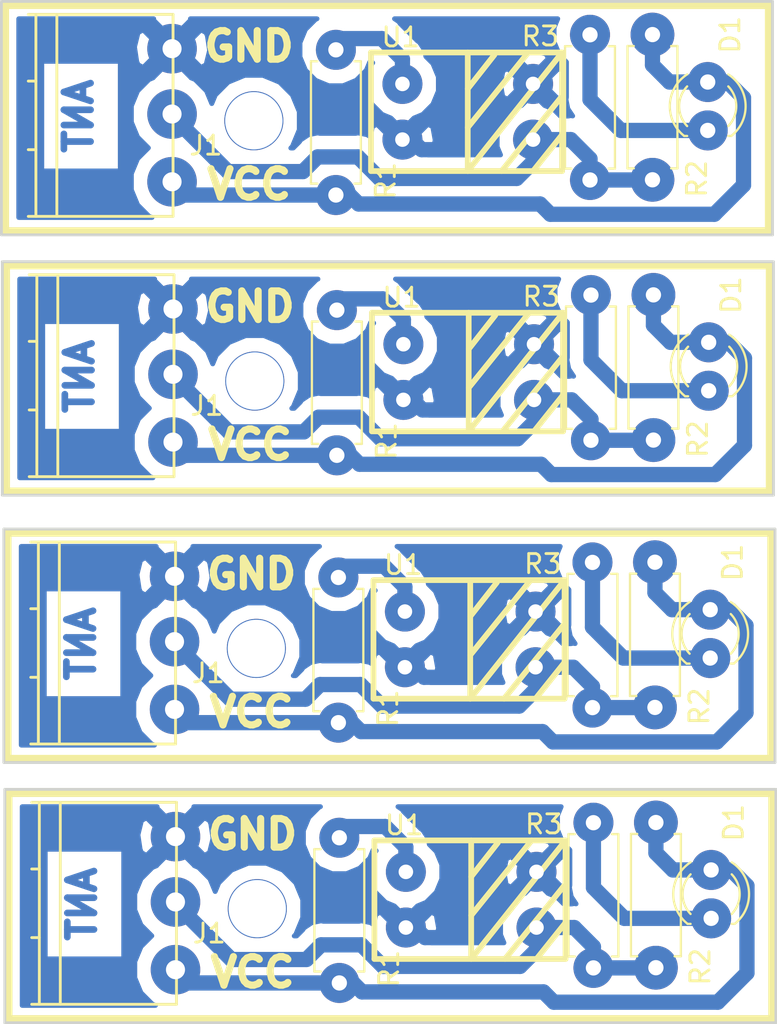
<source format=kicad_pcb>
(kicad_pcb (version 20171130) (host pcbnew "(5.0.2)-1")

  (general
    (thickness 1.6)
    (drawings 40)
    (tracks 148)
    (zones 0)
    (modules 28)
    (nets 7)
  )

  (page A4)
  (layers
    (0 F.Cu signal)
    (31 B.Cu signal)
    (32 B.Adhes user)
    (33 F.Adhes user)
    (34 B.Paste user)
    (35 F.Paste user)
    (36 B.SilkS user)
    (37 F.SilkS user)
    (38 B.Mask user)
    (39 F.Mask user)
    (40 Dwgs.User user)
    (41 Cmts.User user)
    (42 Eco1.User user)
    (43 Eco2.User user)
    (44 Edge.Cuts user)
    (45 Margin user)
    (46 B.CrtYd user)
    (47 F.CrtYd user)
    (48 B.Fab user)
    (49 F.Fab user)
  )

  (setup
    (last_trace_width 0.8)
    (user_trace_width 0.8)
    (trace_clearance 0.2)
    (zone_clearance 0.708)
    (zone_45_only yes)
    (trace_min 0.2)
    (segment_width 0.4)
    (edge_width 0.15)
    (via_size 0.8)
    (via_drill 0.4)
    (via_min_size 0.4)
    (via_min_drill 0.3)
    (user_via 2 0.8)
    (uvia_size 0.3)
    (uvia_drill 0.1)
    (uvias_allowed no)
    (uvia_min_size 0.2)
    (uvia_min_drill 0.1)
    (pcb_text_width 0.3)
    (pcb_text_size 1.5 1.5)
    (mod_edge_width 0.15)
    (mod_text_size 1 1)
    (mod_text_width 0.15)
    (pad_size 2.1 2.1)
    (pad_drill 0.8)
    (pad_to_mask_clearance 0.051)
    (solder_mask_min_width 0.25)
    (aux_axis_origin 0 0)
    (visible_elements 7FFFFFFF)
    (pcbplotparams
      (layerselection 0x010fc_ffffffff)
      (usegerberextensions false)
      (usegerberattributes false)
      (usegerberadvancedattributes false)
      (creategerberjobfile false)
      (excludeedgelayer true)
      (linewidth 0.100000)
      (plotframeref false)
      (viasonmask false)
      (mode 1)
      (useauxorigin false)
      (hpglpennumber 1)
      (hpglpenspeed 20)
      (hpglpendiameter 15.000000)
      (psnegative false)
      (psa4output false)
      (plotreference true)
      (plotvalue true)
      (plotinvisibletext false)
      (padsonsilk false)
      (subtractmaskfromsilk false)
      (outputformat 1)
      (mirror false)
      (drillshape 1)
      (scaleselection 1)
      (outputdirectory ""))
  )

  (net 0 "")
  (net 1 /SIG)
  (net 2 /GND)
  (net 3 "Net-(D1-Pad1)")
  (net 4 /VCC)
  (net 5 "Net-(R1-Pad1)")
  (net 6 "Net-(J2-Pad1)")

  (net_class Default "This is the default net class."
    (clearance 0.2)
    (trace_width 0.25)
    (via_dia 0.8)
    (via_drill 0.4)
    (uvia_dia 0.3)
    (uvia_drill 0.1)
    (add_net /GND)
    (add_net /SIG)
    (add_net /VCC)
    (add_net "Net-(D1-Pad1)")
    (add_net "Net-(J2-Pad1)")
    (add_net "Net-(R1-Pad1)")
  )

  (module modFiles:Resistor_small (layer F.Cu) (tedit 5CFC77F6) (tstamp 5CFCC5A9)
    (at 157.81 80.57 90)
    (descr "Resistor, Axial_DIN0207 series, Axial, Horizontal, pin pitch=7.62mm, 0.25W = 1/4W, length*diameter=6.3*2.5mm^2, http://cdn-reichelt.de/documents/datenblatt/B400/1_4W%23YAG.pdf")
    (tags "Resistor Axial_DIN0207 series Axial Horizontal pin pitch 7.62mm 0.25W = 1/4W length 6.3mm diameter 2.5mm")
    (path /5CFC7905)
    (fp_text reference R2 (at 0.05 2.33 90) (layer F.SilkS)
      (effects (font (size 1 1) (thickness 0.15)))
    )
    (fp_text value 39K (at 3.91 0.02 90) (layer F.Fab)
      (effects (font (size 1 1) (thickness 0.15)))
    )
    (fp_line (start 8.7 -1.6) (end -1.05 -1.6) (layer F.CrtYd) (width 0.05))
    (fp_line (start 8.7 1.6) (end 8.7 -1.6) (layer F.CrtYd) (width 0.05))
    (fp_line (start -1.05 1.6) (end 8.7 1.6) (layer F.CrtYd) (width 0.05))
    (fp_line (start -1.05 -1.6) (end -1.05 1.6) (layer F.CrtYd) (width 0.05))
    (fp_line (start 7.02 1.31) (end 7.02 0.98) (layer F.SilkS) (width 0.12))
    (fp_line (start 0.6 1.31) (end 7.02 1.31) (layer F.SilkS) (width 0.12))
    (fp_line (start 0.6 0.98) (end 0.6 1.31) (layer F.SilkS) (width 0.12))
    (fp_line (start 7.02 -1.31) (end 7.02 -0.98) (layer F.SilkS) (width 0.12))
    (fp_line (start 0.6 -1.31) (end 7.02 -1.31) (layer F.SilkS) (width 0.12))
    (fp_line (start 0.6 -0.98) (end 0.6 -1.31) (layer F.SilkS) (width 0.12))
    (fp_line (start 7.62 0) (end 6.96 0) (layer F.Fab) (width 0.1))
    (fp_line (start 0 0) (end 0.66 0) (layer F.Fab) (width 0.1))
    (fp_line (start 6.96 -1.25) (end 0.66 -1.25) (layer F.Fab) (width 0.1))
    (fp_line (start 6.96 1.25) (end 6.96 -1.25) (layer F.Fab) (width 0.1))
    (fp_line (start 0.66 1.25) (end 6.96 1.25) (layer F.Fab) (width 0.1))
    (fp_line (start 0.66 -1.25) (end 0.66 1.25) (layer F.Fab) (width 0.1))
    (pad 2 thru_hole circle (at 7.62 0 90) (size 2.3 2.3) (drill 0.8) (layers *.Cu *.Mask)
      (net 4 /VCC))
    (pad 1 thru_hole circle (at 0 0 90) (size 2.3 2.3) (drill 0.8) (layers *.Cu *.Mask)
      (net 1 /SIG))
    (model _3D/Used/R_Axial_DIN0207_L6.3mm_D2.5mm_P7.62mm_Horizontal.wrl
      (at (xyz 0 0 0))
      (scale (xyz 0.393701 0.393701 0.393701))
      (rotate (xyz 0 0 0))
    )
  )

  (module modFiles:Resistor_small (layer F.Cu) (tedit 5CFC7804) (tstamp 5CFCC594)
    (at 154.53 72.96 270)
    (descr "Resistor, Axial_DIN0207 series, Axial, Horizontal, pin pitch=7.62mm, 0.25W = 1/4W, length*diameter=6.3*2.5mm^2, http://cdn-reichelt.de/documents/datenblatt/B400/1_4W%23YAG.pdf")
    (tags "Resistor Axial_DIN0207 series Axial Horizontal pin pitch 7.62mm 0.25W = 1/4W length 6.3mm diameter 2.5mm")
    (path /5CE8E034)
    (fp_text reference R3 (at 0.08 2.61) (layer F.SilkS)
      (effects (font (size 1 1) (thickness 0.15)))
    )
    (fp_text value 3K3 (at 4.05 -0.01 90) (layer F.Fab)
      (effects (font (size 1 1) (thickness 0.15)))
    )
    (fp_line (start 0.66 -1.25) (end 0.66 1.25) (layer F.Fab) (width 0.1))
    (fp_line (start 0.66 1.25) (end 6.96 1.25) (layer F.Fab) (width 0.1))
    (fp_line (start 6.96 1.25) (end 6.96 -1.25) (layer F.Fab) (width 0.1))
    (fp_line (start 6.96 -1.25) (end 0.66 -1.25) (layer F.Fab) (width 0.1))
    (fp_line (start 0 0) (end 0.66 0) (layer F.Fab) (width 0.1))
    (fp_line (start 7.62 0) (end 6.96 0) (layer F.Fab) (width 0.1))
    (fp_line (start 0.6 -0.98) (end 0.6 -1.31) (layer F.SilkS) (width 0.12))
    (fp_line (start 0.6 -1.31) (end 7.02 -1.31) (layer F.SilkS) (width 0.12))
    (fp_line (start 7.02 -1.31) (end 7.02 -0.98) (layer F.SilkS) (width 0.12))
    (fp_line (start 0.6 0.98) (end 0.6 1.31) (layer F.SilkS) (width 0.12))
    (fp_line (start 0.6 1.31) (end 7.02 1.31) (layer F.SilkS) (width 0.12))
    (fp_line (start 7.02 1.31) (end 7.02 0.98) (layer F.SilkS) (width 0.12))
    (fp_line (start -1.05 -1.6) (end -1.05 1.6) (layer F.CrtYd) (width 0.05))
    (fp_line (start -1.05 1.6) (end 8.7 1.6) (layer F.CrtYd) (width 0.05))
    (fp_line (start 8.7 1.6) (end 8.7 -1.6) (layer F.CrtYd) (width 0.05))
    (fp_line (start 8.7 -1.6) (end -1.05 -1.6) (layer F.CrtYd) (width 0.05))
    (pad 1 thru_hole circle (at 0 0 270) (size 2.1 2.1) (drill 0.8) (layers *.Cu *.Mask)
      (net 3 "Net-(D1-Pad1)"))
    (pad 2 thru_hole circle (at 7.62 0 270) (size 2.1 2.1) (drill 0.8) (layers *.Cu *.Mask)
      (net 1 /SIG))
    (model _3D/Used/R_Axial_DIN0207_L6.3mm_D2.5mm_P7.62mm_Horizontal.wrl
      (at (xyz 0 0 0))
      (scale (xyz 0.393701 0.393701 0.393701))
      (rotate (xyz 0 0 0))
    )
  )

  (module modFiles:Resistor_small (layer F.Cu) (tedit 5CFC77E2) (tstamp 5CFCC57F)
    (at 141.19 73.75 270)
    (descr "Resistor, Axial_DIN0207 series, Axial, Horizontal, pin pitch=7.62mm, 0.25W = 1/4W, length*diameter=6.3*2.5mm^2, http://cdn-reichelt.de/documents/datenblatt/B400/1_4W%23YAG.pdf")
    (tags "Resistor Axial_DIN0207 series Axial Horizontal pin pitch 7.62mm 0.25W = 1/4W length 6.3mm diameter 2.5mm")
    (path /5CE8DDDB)
    (fp_text reference R1 (at 6.87 -2.61 270) (layer F.SilkS)
      (effects (font (size 1 1) (thickness 0.15)))
    )
    (fp_text value 330 (at 3.83 -0.04 90) (layer F.Fab)
      (effects (font (size 1 1) (thickness 0.15)))
    )
    (fp_line (start 8.7 -1.6) (end -1.05 -1.6) (layer F.CrtYd) (width 0.05))
    (fp_line (start 8.7 1.6) (end 8.7 -1.6) (layer F.CrtYd) (width 0.05))
    (fp_line (start -1.05 1.6) (end 8.7 1.6) (layer F.CrtYd) (width 0.05))
    (fp_line (start -1.05 -1.6) (end -1.05 1.6) (layer F.CrtYd) (width 0.05))
    (fp_line (start 7.02 1.31) (end 7.02 0.98) (layer F.SilkS) (width 0.12))
    (fp_line (start 0.6 1.31) (end 7.02 1.31) (layer F.SilkS) (width 0.12))
    (fp_line (start 0.6 0.98) (end 0.6 1.31) (layer F.SilkS) (width 0.12))
    (fp_line (start 7.02 -1.31) (end 7.02 -0.98) (layer F.SilkS) (width 0.12))
    (fp_line (start 0.6 -1.31) (end 7.02 -1.31) (layer F.SilkS) (width 0.12))
    (fp_line (start 0.6 -0.98) (end 0.6 -1.31) (layer F.SilkS) (width 0.12))
    (fp_line (start 7.62 0) (end 6.96 0) (layer F.Fab) (width 0.1))
    (fp_line (start 0 0) (end 0.66 0) (layer F.Fab) (width 0.1))
    (fp_line (start 6.96 -1.25) (end 0.66 -1.25) (layer F.Fab) (width 0.1))
    (fp_line (start 6.96 1.25) (end 6.96 -1.25) (layer F.Fab) (width 0.1))
    (fp_line (start 0.66 1.25) (end 6.96 1.25) (layer F.Fab) (width 0.1))
    (fp_line (start 0.66 -1.25) (end 0.66 1.25) (layer F.Fab) (width 0.1))
    (pad 2 thru_hole circle (at 7.62 0 270) (size 2.1 2.1) (drill 0.8) (layers *.Cu *.Mask)
      (net 4 /VCC))
    (pad 1 thru_hole circle (at 0 0 270) (size 2.1 2.1) (drill 0.8) (layers *.Cu *.Mask)
      (net 5 "Net-(R1-Pad1)"))
    (model _3D/Used/R_Axial_DIN0207_L6.3mm_D2.5mm_P7.62mm_Horizontal.wrl
      (at (xyz 0 0 0))
      (scale (xyz 0.393701 0.393701 0.393701))
      (rotate (xyz 0 0 0))
    )
  )

  (module modFiles:LED_D3.0mm (layer F.Cu) (tedit 5CFC77FE) (tstamp 5CFCC56D)
    (at 160.71 77.98 90)
    (descr "LED, diameter 3.0mm, 2 pins")
    (tags "LED diameter 3.0mm 2 pins")
    (path /5CE8E0BB)
    (fp_text reference D1 (at 5.02 1.18 90) (layer F.SilkS)
      (effects (font (size 1 1) (thickness 0.15)))
    )
    (fp_text value LED (at 4.93 -0.28 90) (layer F.Fab)
      (effects (font (size 1 1) (thickness 0.15)))
    )
    (fp_line (start 3.7 -2.25) (end -1.15 -2.25) (layer F.CrtYd) (width 0.05))
    (fp_line (start 3.7 2.25) (end 3.7 -2.25) (layer F.CrtYd) (width 0.05))
    (fp_line (start -1.15 2.25) (end 3.7 2.25) (layer F.CrtYd) (width 0.05))
    (fp_line (start -1.15 -2.25) (end -1.15 2.25) (layer F.CrtYd) (width 0.05))
    (fp_line (start -0.29 1.08) (end -0.29 1.236) (layer F.SilkS) (width 0.12))
    (fp_line (start -0.29 -1.236) (end -0.29 -1.08) (layer F.SilkS) (width 0.12))
    (fp_line (start -0.23 -1.16619) (end -0.23 1.16619) (layer F.Fab) (width 0.1))
    (fp_circle (center 1.27 0) (end 2.77 0) (layer F.Fab) (width 0.1))
    (fp_arc (start 1.27 0) (end 0.229039 1.08) (angle -87.9) (layer F.SilkS) (width 0.12))
    (fp_arc (start 1.27 0) (end 0.229039 -1.08) (angle 87.9) (layer F.SilkS) (width 0.12))
    (fp_arc (start 1.27 0) (end -0.29 1.235516) (angle -108.8) (layer F.SilkS) (width 0.12))
    (fp_arc (start 1.27 0) (end -0.29 -1.235516) (angle 108.8) (layer F.SilkS) (width 0.12))
    (fp_arc (start 1.27 0) (end -0.23 -1.16619) (angle 284.3) (layer F.Fab) (width 0.1))
    (pad 2 thru_hole circle (at 2.54 0 90) (size 2.1 2.1) (drill 0.8) (layers *.Cu *.Mask)
      (net 4 /VCC))
    (pad 1 thru_hole circle (at 0 0 90) (size 2.1 2.1) (drill 0.8) (layers *.Cu *.Mask)
      (net 3 "Net-(D1-Pad1)"))
    (model _3D/Used/led_3mm_red.wrl
      (offset (xyz 1.269999980926514 0 0))
      (scale (xyz 1 1 1))
      (rotate (xyz 0 0 90))
    )
  )

  (module Connectors_Terminal_Blocks:TerminalBlock_Pheonix_PT-3.5mm_3pol (layer F.Cu) (tedit 5CE8EB8D) (tstamp 5CFCC55C)
    (at 129.54 73.69 270)
    (descr "3-way 3.5mm pitch terminal block, Phoenix PT series")
    (path /5CE8D39B)
    (fp_text reference J1 (at 5.08 -4.826) (layer F.SilkS)
      (effects (font (size 1 1) (thickness 0.15)))
    )
    (fp_text value Conn_01x03 (at 3.5 6 270) (layer F.Fab) hide
      (effects (font (size 1 1) (thickness 0.15)))
    )
    (fp_line (start 8.8 -3.1) (end -1.8 -3.1) (layer F.SilkS) (width 0.15))
    (fp_line (start 8.8 4.5) (end 8.8 -3.1) (layer F.SilkS) (width 0.15))
    (fp_line (start -1.8 -3.1) (end -1.8 4.5) (layer F.SilkS) (width 0.15))
    (fp_line (start -1.8 4.1) (end 8.8 4.1) (layer F.SilkS) (width 0.15))
    (fp_line (start -1.8 3) (end 8.8 3) (layer F.SilkS) (width 0.15))
    (fp_line (start 5.3 4.1) (end 5.3 4.5) (layer F.SilkS) (width 0.15))
    (fp_line (start 1.7 4.1) (end 1.7 4.5) (layer F.SilkS) (width 0.15))
    (fp_line (start 9 -3.3) (end 9 4.7) (layer F.CrtYd) (width 0.05))
    (fp_line (start 9 4.7) (end -2 4.7) (layer F.CrtYd) (width 0.05))
    (fp_line (start -2 4.7) (end -2 -3.3) (layer F.CrtYd) (width 0.05))
    (fp_line (start -2 -3.3) (end 9 -3.3) (layer F.CrtYd) (width 0.05))
    (pad 1 thru_hole circle (at 0 -3.048 270) (size 2.6 2.6) (drill 1) (layers *.Cu *.Mask)
      (net 2 /GND))
    (pad 3 thru_hole circle (at 6.985 -3.048 270) (size 2.6 2.6) (drill 1) (layers *.Cu *.Mask)
      (net 4 /VCC))
    (pad 2 thru_hole circle (at 3.429 -3.048 270) (size 2.6 2.6) (drill 1) (layers *.Cu *.Mask)
      (net 1 /SIG))
    (model Terminal_Blocks.3dshapes/TerminalBlock_Pheonix_PT-3.5mm_3pol.wrl
      (at (xyz 0 0 0))
      (scale (xyz 1 1 1))
      (rotate (xyz 0 0 0))
    )
  )

  (module modFiles:Nut_Bolt locked (layer F.Cu) (tedit 5CE8E778) (tstamp 5CFCC558)
    (at 136.882 77.472)
    (path /5CE8F2D5)
    (fp_text reference J2 (at 0.508 -5.334) (layer F.SilkS) hide
      (effects (font (size 1 1) (thickness 0.15)))
    )
    (fp_text value Conn_01x01 (at 0.254 -3.937) (layer F.Fab) hide
      (effects (font (size 1 1) (thickness 0.15)))
    )
    (pad 1 thru_hole circle (at 0 0) (size 3.1 3.1) (drill 3) (layers *.Cu *.Mask)
      (net 6 "Net-(J2-Pad1)"))
    (model ${KISYS3DMOD}/Connector_Coaxial.3dshapes/SMA_Amphenol_132291-12_Vertical.wrl
      (offset (xyz 0 0 1))
      (scale (xyz 0.7 0.7 0.7))
      (rotate (xyz 180 0 0))
    )
  )

  (module modFiles:IR_Limit_Switch (layer F.Cu) (tedit 5CFC7960) (tstamp 5CFCC547)
    (at 143.032 72.492)
    (path /5CE8DD88)
    (fp_text reference U1 (at 1.558 0.598) (layer F.SilkS)
      (effects (font (size 1 1) (thickness 0.15)))
    )
    (fp_text value ASSR-1218 (at -0.152 -2.072) (layer F.Fab) hide
      (effects (font (size 1 1) (thickness 0.15)))
    )
    (fp_line (start 8.509 7.62) (end 10.033 5.715) (layer F.SilkS) (width 0.3))
    (fp_line (start 6.858 7.62) (end 10.033 3.683) (layer F.SilkS) (width 0.3))
    (fp_line (start 5.08 3.302) (end 6.477 1.524) (layer F.SilkS) (width 0.3))
    (fp_line (start 5.08 5.334) (end 8.255 1.397) (layer F.SilkS) (width 0.3))
    (fp_line (start 5.08 7.62) (end 10.033 1.397) (layer F.SilkS) (width 0.3))
    (fp_line (start 5.08 1.397) (end 5.08 7.62) (layer F.SilkS) (width 0.3))
    (fp_line (start 0 1.397) (end 10.033 1.397) (layer F.SilkS) (width 0.3))
    (fp_line (start 10.033 1.397) (end 10.033 7.62) (layer F.SilkS) (width 0.3))
    (fp_line (start 10.033 7.62) (end 0 7.62) (layer F.SilkS) (width 0.3))
    (fp_line (start 0 7.62) (end 0 1.397) (layer F.SilkS) (width 0.3))
    (pad 1 thru_hole circle (at 1.651 3.048) (size 2.1 2.1) (drill 0.762) (layers *.Cu *.Mask)
      (net 5 "Net-(R1-Pad1)"))
    (pad 2 thru_hole circle (at 8.509 3.048) (size 2.1 2.1) (drill 0.762) (layers *.Cu *.Mask)
      (net 2 /GND))
    (pad 3 thru_hole circle (at 8.509 5.969) (size 2.1 2.1) (drill 0.762) (layers *.Cu *.Mask)
      (net 1 /SIG))
    (pad 4 thru_hole circle (at 1.651 5.969) (size 2.1 2.1) (drill 0.762) (layers *.Cu *.Mask)
      (net 2 /GND))
  )

  (module modFiles:IR_Limit_Switch (layer F.Cu) (tedit 5CFC7960) (tstamp 5CFCC536)
    (at 143.082 86.152)
    (path /5CE8DD88)
    (fp_text reference U1 (at 1.558 0.598) (layer F.SilkS)
      (effects (font (size 1 1) (thickness 0.15)))
    )
    (fp_text value ASSR-1218 (at -0.152 -2.072) (layer F.Fab) hide
      (effects (font (size 1 1) (thickness 0.15)))
    )
    (fp_line (start 0 7.62) (end 0 1.397) (layer F.SilkS) (width 0.3))
    (fp_line (start 10.033 7.62) (end 0 7.62) (layer F.SilkS) (width 0.3))
    (fp_line (start 10.033 1.397) (end 10.033 7.62) (layer F.SilkS) (width 0.3))
    (fp_line (start 0 1.397) (end 10.033 1.397) (layer F.SilkS) (width 0.3))
    (fp_line (start 5.08 1.397) (end 5.08 7.62) (layer F.SilkS) (width 0.3))
    (fp_line (start 5.08 7.62) (end 10.033 1.397) (layer F.SilkS) (width 0.3))
    (fp_line (start 5.08 5.334) (end 8.255 1.397) (layer F.SilkS) (width 0.3))
    (fp_line (start 5.08 3.302) (end 6.477 1.524) (layer F.SilkS) (width 0.3))
    (fp_line (start 6.858 7.62) (end 10.033 3.683) (layer F.SilkS) (width 0.3))
    (fp_line (start 8.509 7.62) (end 10.033 5.715) (layer F.SilkS) (width 0.3))
    (pad 4 thru_hole circle (at 1.651 5.969) (size 2.1 2.1) (drill 0.762) (layers *.Cu *.Mask)
      (net 2 /GND))
    (pad 3 thru_hole circle (at 8.509 5.969) (size 2.1 2.1) (drill 0.762) (layers *.Cu *.Mask)
      (net 1 /SIG))
    (pad 2 thru_hole circle (at 8.509 3.048) (size 2.1 2.1) (drill 0.762) (layers *.Cu *.Mask)
      (net 2 /GND))
    (pad 1 thru_hole circle (at 1.651 3.048) (size 2.1 2.1) (drill 0.762) (layers *.Cu *.Mask)
      (net 5 "Net-(R1-Pad1)"))
  )

  (module modFiles:Nut_Bolt locked (layer F.Cu) (tedit 5CE8E778) (tstamp 5CFCC532)
    (at 136.932 91.132)
    (path /5CE8F2D5)
    (fp_text reference J2 (at 0.508 -5.334) (layer F.SilkS) hide
      (effects (font (size 1 1) (thickness 0.15)))
    )
    (fp_text value Conn_01x01 (at 0.254 -3.937) (layer F.Fab) hide
      (effects (font (size 1 1) (thickness 0.15)))
    )
    (pad 1 thru_hole circle (at 0 0) (size 3.1 3.1) (drill 3) (layers *.Cu *.Mask)
      (net 6 "Net-(J2-Pad1)"))
    (model ${KISYS3DMOD}/Connector_Coaxial.3dshapes/SMA_Amphenol_132291-12_Vertical.wrl
      (offset (xyz 0 0 1))
      (scale (xyz 0.7 0.7 0.7))
      (rotate (xyz 180 0 0))
    )
  )

  (module Connectors_Terminal_Blocks:TerminalBlock_Pheonix_PT-3.5mm_3pol (layer F.Cu) (tedit 5CE8EB8D) (tstamp 5CFCC521)
    (at 129.59 87.35 270)
    (descr "3-way 3.5mm pitch terminal block, Phoenix PT series")
    (path /5CE8D39B)
    (fp_text reference J1 (at 5.08 -4.826) (layer F.SilkS)
      (effects (font (size 1 1) (thickness 0.15)))
    )
    (fp_text value Conn_01x03 (at 3.5 6 270) (layer F.Fab) hide
      (effects (font (size 1 1) (thickness 0.15)))
    )
    (fp_line (start -2 -3.3) (end 9 -3.3) (layer F.CrtYd) (width 0.05))
    (fp_line (start -2 4.7) (end -2 -3.3) (layer F.CrtYd) (width 0.05))
    (fp_line (start 9 4.7) (end -2 4.7) (layer F.CrtYd) (width 0.05))
    (fp_line (start 9 -3.3) (end 9 4.7) (layer F.CrtYd) (width 0.05))
    (fp_line (start 1.7 4.1) (end 1.7 4.5) (layer F.SilkS) (width 0.15))
    (fp_line (start 5.3 4.1) (end 5.3 4.5) (layer F.SilkS) (width 0.15))
    (fp_line (start -1.8 3) (end 8.8 3) (layer F.SilkS) (width 0.15))
    (fp_line (start -1.8 4.1) (end 8.8 4.1) (layer F.SilkS) (width 0.15))
    (fp_line (start -1.8 -3.1) (end -1.8 4.5) (layer F.SilkS) (width 0.15))
    (fp_line (start 8.8 4.5) (end 8.8 -3.1) (layer F.SilkS) (width 0.15))
    (fp_line (start 8.8 -3.1) (end -1.8 -3.1) (layer F.SilkS) (width 0.15))
    (pad 2 thru_hole circle (at 3.429 -3.048 270) (size 2.6 2.6) (drill 1) (layers *.Cu *.Mask)
      (net 1 /SIG))
    (pad 3 thru_hole circle (at 6.985 -3.048 270) (size 2.6 2.6) (drill 1) (layers *.Cu *.Mask)
      (net 4 /VCC))
    (pad 1 thru_hole circle (at 0 -3.048 270) (size 2.6 2.6) (drill 1) (layers *.Cu *.Mask)
      (net 2 /GND))
    (model Terminal_Blocks.3dshapes/TerminalBlock_Pheonix_PT-3.5mm_3pol.wrl
      (at (xyz 0 0 0))
      (scale (xyz 1 1 1))
      (rotate (xyz 0 0 0))
    )
  )

  (module modFiles:LED_D3.0mm (layer F.Cu) (tedit 5CFC77FE) (tstamp 5CFCC50F)
    (at 160.76 91.64 90)
    (descr "LED, diameter 3.0mm, 2 pins")
    (tags "LED diameter 3.0mm 2 pins")
    (path /5CE8E0BB)
    (fp_text reference D1 (at 5.02 1.18 90) (layer F.SilkS)
      (effects (font (size 1 1) (thickness 0.15)))
    )
    (fp_text value LED (at 4.93 -0.28 90) (layer F.Fab)
      (effects (font (size 1 1) (thickness 0.15)))
    )
    (fp_arc (start 1.27 0) (end -0.23 -1.16619) (angle 284.3) (layer F.Fab) (width 0.1))
    (fp_arc (start 1.27 0) (end -0.29 -1.235516) (angle 108.8) (layer F.SilkS) (width 0.12))
    (fp_arc (start 1.27 0) (end -0.29 1.235516) (angle -108.8) (layer F.SilkS) (width 0.12))
    (fp_arc (start 1.27 0) (end 0.229039 -1.08) (angle 87.9) (layer F.SilkS) (width 0.12))
    (fp_arc (start 1.27 0) (end 0.229039 1.08) (angle -87.9) (layer F.SilkS) (width 0.12))
    (fp_circle (center 1.27 0) (end 2.77 0) (layer F.Fab) (width 0.1))
    (fp_line (start -0.23 -1.16619) (end -0.23 1.16619) (layer F.Fab) (width 0.1))
    (fp_line (start -0.29 -1.236) (end -0.29 -1.08) (layer F.SilkS) (width 0.12))
    (fp_line (start -0.29 1.08) (end -0.29 1.236) (layer F.SilkS) (width 0.12))
    (fp_line (start -1.15 -2.25) (end -1.15 2.25) (layer F.CrtYd) (width 0.05))
    (fp_line (start -1.15 2.25) (end 3.7 2.25) (layer F.CrtYd) (width 0.05))
    (fp_line (start 3.7 2.25) (end 3.7 -2.25) (layer F.CrtYd) (width 0.05))
    (fp_line (start 3.7 -2.25) (end -1.15 -2.25) (layer F.CrtYd) (width 0.05))
    (pad 1 thru_hole circle (at 0 0 90) (size 2.1 2.1) (drill 0.8) (layers *.Cu *.Mask)
      (net 3 "Net-(D1-Pad1)"))
    (pad 2 thru_hole circle (at 2.54 0 90) (size 2.1 2.1) (drill 0.8) (layers *.Cu *.Mask)
      (net 4 /VCC))
    (model _3D/Used/led_3mm_red.wrl
      (offset (xyz 1.269999980926514 0 0))
      (scale (xyz 1 1 1))
      (rotate (xyz 0 0 90))
    )
  )

  (module modFiles:Resistor_small (layer F.Cu) (tedit 5CFC77E2) (tstamp 5CFCC4FA)
    (at 141.24 87.41 270)
    (descr "Resistor, Axial_DIN0207 series, Axial, Horizontal, pin pitch=7.62mm, 0.25W = 1/4W, length*diameter=6.3*2.5mm^2, http://cdn-reichelt.de/documents/datenblatt/B400/1_4W%23YAG.pdf")
    (tags "Resistor Axial_DIN0207 series Axial Horizontal pin pitch 7.62mm 0.25W = 1/4W length 6.3mm diameter 2.5mm")
    (path /5CE8DDDB)
    (fp_text reference R1 (at 6.87 -2.61 270) (layer F.SilkS)
      (effects (font (size 1 1) (thickness 0.15)))
    )
    (fp_text value 330 (at 3.83 -0.04 90) (layer F.Fab)
      (effects (font (size 1 1) (thickness 0.15)))
    )
    (fp_line (start 0.66 -1.25) (end 0.66 1.25) (layer F.Fab) (width 0.1))
    (fp_line (start 0.66 1.25) (end 6.96 1.25) (layer F.Fab) (width 0.1))
    (fp_line (start 6.96 1.25) (end 6.96 -1.25) (layer F.Fab) (width 0.1))
    (fp_line (start 6.96 -1.25) (end 0.66 -1.25) (layer F.Fab) (width 0.1))
    (fp_line (start 0 0) (end 0.66 0) (layer F.Fab) (width 0.1))
    (fp_line (start 7.62 0) (end 6.96 0) (layer F.Fab) (width 0.1))
    (fp_line (start 0.6 -0.98) (end 0.6 -1.31) (layer F.SilkS) (width 0.12))
    (fp_line (start 0.6 -1.31) (end 7.02 -1.31) (layer F.SilkS) (width 0.12))
    (fp_line (start 7.02 -1.31) (end 7.02 -0.98) (layer F.SilkS) (width 0.12))
    (fp_line (start 0.6 0.98) (end 0.6 1.31) (layer F.SilkS) (width 0.12))
    (fp_line (start 0.6 1.31) (end 7.02 1.31) (layer F.SilkS) (width 0.12))
    (fp_line (start 7.02 1.31) (end 7.02 0.98) (layer F.SilkS) (width 0.12))
    (fp_line (start -1.05 -1.6) (end -1.05 1.6) (layer F.CrtYd) (width 0.05))
    (fp_line (start -1.05 1.6) (end 8.7 1.6) (layer F.CrtYd) (width 0.05))
    (fp_line (start 8.7 1.6) (end 8.7 -1.6) (layer F.CrtYd) (width 0.05))
    (fp_line (start 8.7 -1.6) (end -1.05 -1.6) (layer F.CrtYd) (width 0.05))
    (pad 1 thru_hole circle (at 0 0 270) (size 2.1 2.1) (drill 0.8) (layers *.Cu *.Mask)
      (net 5 "Net-(R1-Pad1)"))
    (pad 2 thru_hole circle (at 7.62 0 270) (size 2.1 2.1) (drill 0.8) (layers *.Cu *.Mask)
      (net 4 /VCC))
    (model _3D/Used/R_Axial_DIN0207_L6.3mm_D2.5mm_P7.62mm_Horizontal.wrl
      (at (xyz 0 0 0))
      (scale (xyz 0.393701 0.393701 0.393701))
      (rotate (xyz 0 0 0))
    )
  )

  (module modFiles:Resistor_small (layer F.Cu) (tedit 5CFC7804) (tstamp 5CFCC4E5)
    (at 154.58 86.62 270)
    (descr "Resistor, Axial_DIN0207 series, Axial, Horizontal, pin pitch=7.62mm, 0.25W = 1/4W, length*diameter=6.3*2.5mm^2, http://cdn-reichelt.de/documents/datenblatt/B400/1_4W%23YAG.pdf")
    (tags "Resistor Axial_DIN0207 series Axial Horizontal pin pitch 7.62mm 0.25W = 1/4W length 6.3mm diameter 2.5mm")
    (path /5CE8E034)
    (fp_text reference R3 (at 0.08 2.61) (layer F.SilkS)
      (effects (font (size 1 1) (thickness 0.15)))
    )
    (fp_text value 3K3 (at 4.05 -0.01 90) (layer F.Fab)
      (effects (font (size 1 1) (thickness 0.15)))
    )
    (fp_line (start 8.7 -1.6) (end -1.05 -1.6) (layer F.CrtYd) (width 0.05))
    (fp_line (start 8.7 1.6) (end 8.7 -1.6) (layer F.CrtYd) (width 0.05))
    (fp_line (start -1.05 1.6) (end 8.7 1.6) (layer F.CrtYd) (width 0.05))
    (fp_line (start -1.05 -1.6) (end -1.05 1.6) (layer F.CrtYd) (width 0.05))
    (fp_line (start 7.02 1.31) (end 7.02 0.98) (layer F.SilkS) (width 0.12))
    (fp_line (start 0.6 1.31) (end 7.02 1.31) (layer F.SilkS) (width 0.12))
    (fp_line (start 0.6 0.98) (end 0.6 1.31) (layer F.SilkS) (width 0.12))
    (fp_line (start 7.02 -1.31) (end 7.02 -0.98) (layer F.SilkS) (width 0.12))
    (fp_line (start 0.6 -1.31) (end 7.02 -1.31) (layer F.SilkS) (width 0.12))
    (fp_line (start 0.6 -0.98) (end 0.6 -1.31) (layer F.SilkS) (width 0.12))
    (fp_line (start 7.62 0) (end 6.96 0) (layer F.Fab) (width 0.1))
    (fp_line (start 0 0) (end 0.66 0) (layer F.Fab) (width 0.1))
    (fp_line (start 6.96 -1.25) (end 0.66 -1.25) (layer F.Fab) (width 0.1))
    (fp_line (start 6.96 1.25) (end 6.96 -1.25) (layer F.Fab) (width 0.1))
    (fp_line (start 0.66 1.25) (end 6.96 1.25) (layer F.Fab) (width 0.1))
    (fp_line (start 0.66 -1.25) (end 0.66 1.25) (layer F.Fab) (width 0.1))
    (pad 2 thru_hole circle (at 7.62 0 270) (size 2.1 2.1) (drill 0.8) (layers *.Cu *.Mask)
      (net 1 /SIG))
    (pad 1 thru_hole circle (at 0 0 270) (size 2.1 2.1) (drill 0.8) (layers *.Cu *.Mask)
      (net 3 "Net-(D1-Pad1)"))
    (model _3D/Used/R_Axial_DIN0207_L6.3mm_D2.5mm_P7.62mm_Horizontal.wrl
      (at (xyz 0 0 0))
      (scale (xyz 0.393701 0.393701 0.393701))
      (rotate (xyz 0 0 0))
    )
  )

  (module modFiles:Resistor_small (layer F.Cu) (tedit 5CFC77F6) (tstamp 5CFCC4D0)
    (at 157.86 94.23 90)
    (descr "Resistor, Axial_DIN0207 series, Axial, Horizontal, pin pitch=7.62mm, 0.25W = 1/4W, length*diameter=6.3*2.5mm^2, http://cdn-reichelt.de/documents/datenblatt/B400/1_4W%23YAG.pdf")
    (tags "Resistor Axial_DIN0207 series Axial Horizontal pin pitch 7.62mm 0.25W = 1/4W length 6.3mm diameter 2.5mm")
    (path /5CFC7905)
    (fp_text reference R2 (at 0.05 2.33 90) (layer F.SilkS)
      (effects (font (size 1 1) (thickness 0.15)))
    )
    (fp_text value 39K (at 3.91 0.02 90) (layer F.Fab)
      (effects (font (size 1 1) (thickness 0.15)))
    )
    (fp_line (start 0.66 -1.25) (end 0.66 1.25) (layer F.Fab) (width 0.1))
    (fp_line (start 0.66 1.25) (end 6.96 1.25) (layer F.Fab) (width 0.1))
    (fp_line (start 6.96 1.25) (end 6.96 -1.25) (layer F.Fab) (width 0.1))
    (fp_line (start 6.96 -1.25) (end 0.66 -1.25) (layer F.Fab) (width 0.1))
    (fp_line (start 0 0) (end 0.66 0) (layer F.Fab) (width 0.1))
    (fp_line (start 7.62 0) (end 6.96 0) (layer F.Fab) (width 0.1))
    (fp_line (start 0.6 -0.98) (end 0.6 -1.31) (layer F.SilkS) (width 0.12))
    (fp_line (start 0.6 -1.31) (end 7.02 -1.31) (layer F.SilkS) (width 0.12))
    (fp_line (start 7.02 -1.31) (end 7.02 -0.98) (layer F.SilkS) (width 0.12))
    (fp_line (start 0.6 0.98) (end 0.6 1.31) (layer F.SilkS) (width 0.12))
    (fp_line (start 0.6 1.31) (end 7.02 1.31) (layer F.SilkS) (width 0.12))
    (fp_line (start 7.02 1.31) (end 7.02 0.98) (layer F.SilkS) (width 0.12))
    (fp_line (start -1.05 -1.6) (end -1.05 1.6) (layer F.CrtYd) (width 0.05))
    (fp_line (start -1.05 1.6) (end 8.7 1.6) (layer F.CrtYd) (width 0.05))
    (fp_line (start 8.7 1.6) (end 8.7 -1.6) (layer F.CrtYd) (width 0.05))
    (fp_line (start 8.7 -1.6) (end -1.05 -1.6) (layer F.CrtYd) (width 0.05))
    (pad 1 thru_hole circle (at 0 0 90) (size 2.3 2.3) (drill 0.8) (layers *.Cu *.Mask)
      (net 1 /SIG))
    (pad 2 thru_hole circle (at 7.62 0 90) (size 2.3 2.3) (drill 0.8) (layers *.Cu *.Mask)
      (net 4 /VCC))
    (model _3D/Used/R_Axial_DIN0207_L6.3mm_D2.5mm_P7.62mm_Horizontal.wrl
      (at (xyz 0 0 0))
      (scale (xyz 0.393701 0.393701 0.393701))
      (rotate (xyz 0 0 0))
    )
  )

  (module modFiles:Resistor_small (layer F.Cu) (tedit 5CFC77F6) (tstamp 5CFCC48B)
    (at 157.73 66.54 90)
    (descr "Resistor, Axial_DIN0207 series, Axial, Horizontal, pin pitch=7.62mm, 0.25W = 1/4W, length*diameter=6.3*2.5mm^2, http://cdn-reichelt.de/documents/datenblatt/B400/1_4W%23YAG.pdf")
    (tags "Resistor Axial_DIN0207 series Axial Horizontal pin pitch 7.62mm 0.25W = 1/4W length 6.3mm diameter 2.5mm")
    (path /5CFC7905)
    (fp_text reference R2 (at 0.05 2.33 90) (layer F.SilkS)
      (effects (font (size 1 1) (thickness 0.15)))
    )
    (fp_text value 39K (at 3.91 0.02 90) (layer F.Fab)
      (effects (font (size 1 1) (thickness 0.15)))
    )
    (fp_line (start 8.7 -1.6) (end -1.05 -1.6) (layer F.CrtYd) (width 0.05))
    (fp_line (start 8.7 1.6) (end 8.7 -1.6) (layer F.CrtYd) (width 0.05))
    (fp_line (start -1.05 1.6) (end 8.7 1.6) (layer F.CrtYd) (width 0.05))
    (fp_line (start -1.05 -1.6) (end -1.05 1.6) (layer F.CrtYd) (width 0.05))
    (fp_line (start 7.02 1.31) (end 7.02 0.98) (layer F.SilkS) (width 0.12))
    (fp_line (start 0.6 1.31) (end 7.02 1.31) (layer F.SilkS) (width 0.12))
    (fp_line (start 0.6 0.98) (end 0.6 1.31) (layer F.SilkS) (width 0.12))
    (fp_line (start 7.02 -1.31) (end 7.02 -0.98) (layer F.SilkS) (width 0.12))
    (fp_line (start 0.6 -1.31) (end 7.02 -1.31) (layer F.SilkS) (width 0.12))
    (fp_line (start 0.6 -0.98) (end 0.6 -1.31) (layer F.SilkS) (width 0.12))
    (fp_line (start 7.62 0) (end 6.96 0) (layer F.Fab) (width 0.1))
    (fp_line (start 0 0) (end 0.66 0) (layer F.Fab) (width 0.1))
    (fp_line (start 6.96 -1.25) (end 0.66 -1.25) (layer F.Fab) (width 0.1))
    (fp_line (start 6.96 1.25) (end 6.96 -1.25) (layer F.Fab) (width 0.1))
    (fp_line (start 0.66 1.25) (end 6.96 1.25) (layer F.Fab) (width 0.1))
    (fp_line (start 0.66 -1.25) (end 0.66 1.25) (layer F.Fab) (width 0.1))
    (pad 2 thru_hole circle (at 7.62 0 90) (size 2.3 2.3) (drill 0.8) (layers *.Cu *.Mask)
      (net 4 /VCC))
    (pad 1 thru_hole circle (at 0 0 90) (size 2.3 2.3) (drill 0.8) (layers *.Cu *.Mask)
      (net 1 /SIG))
    (model _3D/Used/R_Axial_DIN0207_L6.3mm_D2.5mm_P7.62mm_Horizontal.wrl
      (at (xyz 0 0 0))
      (scale (xyz 0.393701 0.393701 0.393701))
      (rotate (xyz 0 0 0))
    )
  )

  (module modFiles:Resistor_small (layer F.Cu) (tedit 5CFC7804) (tstamp 5CFCC476)
    (at 154.45 58.93 270)
    (descr "Resistor, Axial_DIN0207 series, Axial, Horizontal, pin pitch=7.62mm, 0.25W = 1/4W, length*diameter=6.3*2.5mm^2, http://cdn-reichelt.de/documents/datenblatt/B400/1_4W%23YAG.pdf")
    (tags "Resistor Axial_DIN0207 series Axial Horizontal pin pitch 7.62mm 0.25W = 1/4W length 6.3mm diameter 2.5mm")
    (path /5CE8E034)
    (fp_text reference R3 (at 0.08 2.61) (layer F.SilkS)
      (effects (font (size 1 1) (thickness 0.15)))
    )
    (fp_text value 3K3 (at 4.05 -0.01 90) (layer F.Fab)
      (effects (font (size 1 1) (thickness 0.15)))
    )
    (fp_line (start 0.66 -1.25) (end 0.66 1.25) (layer F.Fab) (width 0.1))
    (fp_line (start 0.66 1.25) (end 6.96 1.25) (layer F.Fab) (width 0.1))
    (fp_line (start 6.96 1.25) (end 6.96 -1.25) (layer F.Fab) (width 0.1))
    (fp_line (start 6.96 -1.25) (end 0.66 -1.25) (layer F.Fab) (width 0.1))
    (fp_line (start 0 0) (end 0.66 0) (layer F.Fab) (width 0.1))
    (fp_line (start 7.62 0) (end 6.96 0) (layer F.Fab) (width 0.1))
    (fp_line (start 0.6 -0.98) (end 0.6 -1.31) (layer F.SilkS) (width 0.12))
    (fp_line (start 0.6 -1.31) (end 7.02 -1.31) (layer F.SilkS) (width 0.12))
    (fp_line (start 7.02 -1.31) (end 7.02 -0.98) (layer F.SilkS) (width 0.12))
    (fp_line (start 0.6 0.98) (end 0.6 1.31) (layer F.SilkS) (width 0.12))
    (fp_line (start 0.6 1.31) (end 7.02 1.31) (layer F.SilkS) (width 0.12))
    (fp_line (start 7.02 1.31) (end 7.02 0.98) (layer F.SilkS) (width 0.12))
    (fp_line (start -1.05 -1.6) (end -1.05 1.6) (layer F.CrtYd) (width 0.05))
    (fp_line (start -1.05 1.6) (end 8.7 1.6) (layer F.CrtYd) (width 0.05))
    (fp_line (start 8.7 1.6) (end 8.7 -1.6) (layer F.CrtYd) (width 0.05))
    (fp_line (start 8.7 -1.6) (end -1.05 -1.6) (layer F.CrtYd) (width 0.05))
    (pad 1 thru_hole circle (at 0 0 270) (size 2.1 2.1) (drill 0.8) (layers *.Cu *.Mask)
      (net 3 "Net-(D1-Pad1)"))
    (pad 2 thru_hole circle (at 7.62 0 270) (size 2.1 2.1) (drill 0.8) (layers *.Cu *.Mask)
      (net 1 /SIG))
    (model _3D/Used/R_Axial_DIN0207_L6.3mm_D2.5mm_P7.62mm_Horizontal.wrl
      (at (xyz 0 0 0))
      (scale (xyz 0.393701 0.393701 0.393701))
      (rotate (xyz 0 0 0))
    )
  )

  (module modFiles:Resistor_small (layer F.Cu) (tedit 5CFC77E2) (tstamp 5CFCC461)
    (at 141.11 59.72 270)
    (descr "Resistor, Axial_DIN0207 series, Axial, Horizontal, pin pitch=7.62mm, 0.25W = 1/4W, length*diameter=6.3*2.5mm^2, http://cdn-reichelt.de/documents/datenblatt/B400/1_4W%23YAG.pdf")
    (tags "Resistor Axial_DIN0207 series Axial Horizontal pin pitch 7.62mm 0.25W = 1/4W length 6.3mm diameter 2.5mm")
    (path /5CE8DDDB)
    (fp_text reference R1 (at 6.87 -2.61 270) (layer F.SilkS)
      (effects (font (size 1 1) (thickness 0.15)))
    )
    (fp_text value 330 (at 3.83 -0.04 90) (layer F.Fab)
      (effects (font (size 1 1) (thickness 0.15)))
    )
    (fp_line (start 8.7 -1.6) (end -1.05 -1.6) (layer F.CrtYd) (width 0.05))
    (fp_line (start 8.7 1.6) (end 8.7 -1.6) (layer F.CrtYd) (width 0.05))
    (fp_line (start -1.05 1.6) (end 8.7 1.6) (layer F.CrtYd) (width 0.05))
    (fp_line (start -1.05 -1.6) (end -1.05 1.6) (layer F.CrtYd) (width 0.05))
    (fp_line (start 7.02 1.31) (end 7.02 0.98) (layer F.SilkS) (width 0.12))
    (fp_line (start 0.6 1.31) (end 7.02 1.31) (layer F.SilkS) (width 0.12))
    (fp_line (start 0.6 0.98) (end 0.6 1.31) (layer F.SilkS) (width 0.12))
    (fp_line (start 7.02 -1.31) (end 7.02 -0.98) (layer F.SilkS) (width 0.12))
    (fp_line (start 0.6 -1.31) (end 7.02 -1.31) (layer F.SilkS) (width 0.12))
    (fp_line (start 0.6 -0.98) (end 0.6 -1.31) (layer F.SilkS) (width 0.12))
    (fp_line (start 7.62 0) (end 6.96 0) (layer F.Fab) (width 0.1))
    (fp_line (start 0 0) (end 0.66 0) (layer F.Fab) (width 0.1))
    (fp_line (start 6.96 -1.25) (end 0.66 -1.25) (layer F.Fab) (width 0.1))
    (fp_line (start 6.96 1.25) (end 6.96 -1.25) (layer F.Fab) (width 0.1))
    (fp_line (start 0.66 1.25) (end 6.96 1.25) (layer F.Fab) (width 0.1))
    (fp_line (start 0.66 -1.25) (end 0.66 1.25) (layer F.Fab) (width 0.1))
    (pad 2 thru_hole circle (at 7.62 0 270) (size 2.1 2.1) (drill 0.8) (layers *.Cu *.Mask)
      (net 4 /VCC))
    (pad 1 thru_hole circle (at 0 0 270) (size 2.1 2.1) (drill 0.8) (layers *.Cu *.Mask)
      (net 5 "Net-(R1-Pad1)"))
    (model _3D/Used/R_Axial_DIN0207_L6.3mm_D2.5mm_P7.62mm_Horizontal.wrl
      (at (xyz 0 0 0))
      (scale (xyz 0.393701 0.393701 0.393701))
      (rotate (xyz 0 0 0))
    )
  )

  (module modFiles:LED_D3.0mm (layer F.Cu) (tedit 5CFC77FE) (tstamp 5CFCC44F)
    (at 160.63 63.95 90)
    (descr "LED, diameter 3.0mm, 2 pins")
    (tags "LED diameter 3.0mm 2 pins")
    (path /5CE8E0BB)
    (fp_text reference D1 (at 5.02 1.18 90) (layer F.SilkS)
      (effects (font (size 1 1) (thickness 0.15)))
    )
    (fp_text value LED (at 4.93 -0.28 90) (layer F.Fab)
      (effects (font (size 1 1) (thickness 0.15)))
    )
    (fp_line (start 3.7 -2.25) (end -1.15 -2.25) (layer F.CrtYd) (width 0.05))
    (fp_line (start 3.7 2.25) (end 3.7 -2.25) (layer F.CrtYd) (width 0.05))
    (fp_line (start -1.15 2.25) (end 3.7 2.25) (layer F.CrtYd) (width 0.05))
    (fp_line (start -1.15 -2.25) (end -1.15 2.25) (layer F.CrtYd) (width 0.05))
    (fp_line (start -0.29 1.08) (end -0.29 1.236) (layer F.SilkS) (width 0.12))
    (fp_line (start -0.29 -1.236) (end -0.29 -1.08) (layer F.SilkS) (width 0.12))
    (fp_line (start -0.23 -1.16619) (end -0.23 1.16619) (layer F.Fab) (width 0.1))
    (fp_circle (center 1.27 0) (end 2.77 0) (layer F.Fab) (width 0.1))
    (fp_arc (start 1.27 0) (end 0.229039 1.08) (angle -87.9) (layer F.SilkS) (width 0.12))
    (fp_arc (start 1.27 0) (end 0.229039 -1.08) (angle 87.9) (layer F.SilkS) (width 0.12))
    (fp_arc (start 1.27 0) (end -0.29 1.235516) (angle -108.8) (layer F.SilkS) (width 0.12))
    (fp_arc (start 1.27 0) (end -0.29 -1.235516) (angle 108.8) (layer F.SilkS) (width 0.12))
    (fp_arc (start 1.27 0) (end -0.23 -1.16619) (angle 284.3) (layer F.Fab) (width 0.1))
    (pad 2 thru_hole circle (at 2.54 0 90) (size 2.1 2.1) (drill 0.8) (layers *.Cu *.Mask)
      (net 4 /VCC))
    (pad 1 thru_hole circle (at 0 0 90) (size 2.1 2.1) (drill 0.8) (layers *.Cu *.Mask)
      (net 3 "Net-(D1-Pad1)"))
    (model _3D/Used/led_3mm_red.wrl
      (offset (xyz 1.269999980926514 0 0))
      (scale (xyz 1 1 1))
      (rotate (xyz 0 0 90))
    )
  )

  (module Connectors_Terminal_Blocks:TerminalBlock_Pheonix_PT-3.5mm_3pol (layer F.Cu) (tedit 5CE8EB8D) (tstamp 5CFCC43E)
    (at 129.46 59.66 270)
    (descr "3-way 3.5mm pitch terminal block, Phoenix PT series")
    (path /5CE8D39B)
    (fp_text reference J1 (at 5.08 -4.826) (layer F.SilkS)
      (effects (font (size 1 1) (thickness 0.15)))
    )
    (fp_text value Conn_01x03 (at 3.5 6 270) (layer F.Fab) hide
      (effects (font (size 1 1) (thickness 0.15)))
    )
    (fp_line (start 8.8 -3.1) (end -1.8 -3.1) (layer F.SilkS) (width 0.15))
    (fp_line (start 8.8 4.5) (end 8.8 -3.1) (layer F.SilkS) (width 0.15))
    (fp_line (start -1.8 -3.1) (end -1.8 4.5) (layer F.SilkS) (width 0.15))
    (fp_line (start -1.8 4.1) (end 8.8 4.1) (layer F.SilkS) (width 0.15))
    (fp_line (start -1.8 3) (end 8.8 3) (layer F.SilkS) (width 0.15))
    (fp_line (start 5.3 4.1) (end 5.3 4.5) (layer F.SilkS) (width 0.15))
    (fp_line (start 1.7 4.1) (end 1.7 4.5) (layer F.SilkS) (width 0.15))
    (fp_line (start 9 -3.3) (end 9 4.7) (layer F.CrtYd) (width 0.05))
    (fp_line (start 9 4.7) (end -2 4.7) (layer F.CrtYd) (width 0.05))
    (fp_line (start -2 4.7) (end -2 -3.3) (layer F.CrtYd) (width 0.05))
    (fp_line (start -2 -3.3) (end 9 -3.3) (layer F.CrtYd) (width 0.05))
    (pad 1 thru_hole circle (at 0 -3.048 270) (size 2.6 2.6) (drill 1) (layers *.Cu *.Mask)
      (net 2 /GND))
    (pad 3 thru_hole circle (at 6.985 -3.048 270) (size 2.6 2.6) (drill 1) (layers *.Cu *.Mask)
      (net 4 /VCC))
    (pad 2 thru_hole circle (at 3.429 -3.048 270) (size 2.6 2.6) (drill 1) (layers *.Cu *.Mask)
      (net 1 /SIG))
    (model Terminal_Blocks.3dshapes/TerminalBlock_Pheonix_PT-3.5mm_3pol.wrl
      (at (xyz 0 0 0))
      (scale (xyz 1 1 1))
      (rotate (xyz 0 0 0))
    )
  )

  (module modFiles:Nut_Bolt locked (layer F.Cu) (tedit 5CE8E778) (tstamp 5CFCC43A)
    (at 136.802 63.442)
    (path /5CE8F2D5)
    (fp_text reference J2 (at 0.508 -5.334) (layer F.SilkS) hide
      (effects (font (size 1 1) (thickness 0.15)))
    )
    (fp_text value Conn_01x01 (at 0.254 -3.937) (layer F.Fab) hide
      (effects (font (size 1 1) (thickness 0.15)))
    )
    (pad 1 thru_hole circle (at 0 0) (size 3.1 3.1) (drill 3) (layers *.Cu *.Mask)
      (net 6 "Net-(J2-Pad1)"))
    (model ${KISYS3DMOD}/Connector_Coaxial.3dshapes/SMA_Amphenol_132291-12_Vertical.wrl
      (offset (xyz 0 0 1))
      (scale (xyz 0.7 0.7 0.7))
      (rotate (xyz 180 0 0))
    )
  )

  (module modFiles:IR_Limit_Switch (layer F.Cu) (tedit 5CFC7960) (tstamp 5CFCC429)
    (at 142.952 58.462)
    (path /5CE8DD88)
    (fp_text reference U1 (at 1.558 0.598) (layer F.SilkS)
      (effects (font (size 1 1) (thickness 0.15)))
    )
    (fp_text value ASSR-1218 (at -0.152 -2.072) (layer F.Fab) hide
      (effects (font (size 1 1) (thickness 0.15)))
    )
    (fp_line (start 8.509 7.62) (end 10.033 5.715) (layer F.SilkS) (width 0.3))
    (fp_line (start 6.858 7.62) (end 10.033 3.683) (layer F.SilkS) (width 0.3))
    (fp_line (start 5.08 3.302) (end 6.477 1.524) (layer F.SilkS) (width 0.3))
    (fp_line (start 5.08 5.334) (end 8.255 1.397) (layer F.SilkS) (width 0.3))
    (fp_line (start 5.08 7.62) (end 10.033 1.397) (layer F.SilkS) (width 0.3))
    (fp_line (start 5.08 1.397) (end 5.08 7.62) (layer F.SilkS) (width 0.3))
    (fp_line (start 0 1.397) (end 10.033 1.397) (layer F.SilkS) (width 0.3))
    (fp_line (start 10.033 1.397) (end 10.033 7.62) (layer F.SilkS) (width 0.3))
    (fp_line (start 10.033 7.62) (end 0 7.62) (layer F.SilkS) (width 0.3))
    (fp_line (start 0 7.62) (end 0 1.397) (layer F.SilkS) (width 0.3))
    (pad 1 thru_hole circle (at 1.651 3.048) (size 2.1 2.1) (drill 0.762) (layers *.Cu *.Mask)
      (net 5 "Net-(R1-Pad1)"))
    (pad 2 thru_hole circle (at 8.509 3.048) (size 2.1 2.1) (drill 0.762) (layers *.Cu *.Mask)
      (net 2 /GND))
    (pad 3 thru_hole circle (at 8.509 5.969) (size 2.1 2.1) (drill 0.762) (layers *.Cu *.Mask)
      (net 1 /SIG))
    (pad 4 thru_hole circle (at 1.651 5.969) (size 2.1 2.1) (drill 0.762) (layers *.Cu *.Mask)
      (net 2 /GND))
  )

  (module modFiles:IR_Limit_Switch (layer F.Cu) (tedit 5CFC7960) (tstamp 5CF4338B)
    (at 142.902 44.802)
    (path /5CE8DD88)
    (fp_text reference U1 (at 1.558 0.598) (layer F.SilkS)
      (effects (font (size 1 1) (thickness 0.15)))
    )
    (fp_text value ASSR-1218 (at -0.152 -2.072) (layer F.Fab) hide
      (effects (font (size 1 1) (thickness 0.15)))
    )
    (fp_line (start 0 7.62) (end 0 1.397) (layer F.SilkS) (width 0.3))
    (fp_line (start 10.033 7.62) (end 0 7.62) (layer F.SilkS) (width 0.3))
    (fp_line (start 10.033 1.397) (end 10.033 7.62) (layer F.SilkS) (width 0.3))
    (fp_line (start 0 1.397) (end 10.033 1.397) (layer F.SilkS) (width 0.3))
    (fp_line (start 5.08 1.397) (end 5.08 7.62) (layer F.SilkS) (width 0.3))
    (fp_line (start 5.08 7.62) (end 10.033 1.397) (layer F.SilkS) (width 0.3))
    (fp_line (start 5.08 5.334) (end 8.255 1.397) (layer F.SilkS) (width 0.3))
    (fp_line (start 5.08 3.302) (end 6.477 1.524) (layer F.SilkS) (width 0.3))
    (fp_line (start 6.858 7.62) (end 10.033 3.683) (layer F.SilkS) (width 0.3))
    (fp_line (start 8.509 7.62) (end 10.033 5.715) (layer F.SilkS) (width 0.3))
    (pad 4 thru_hole circle (at 1.651 5.969) (size 2.1 2.1) (drill 0.762) (layers *.Cu *.Mask)
      (net 2 /GND))
    (pad 3 thru_hole circle (at 8.509 5.969) (size 2.1 2.1) (drill 0.762) (layers *.Cu *.Mask)
      (net 1 /SIG))
    (pad 2 thru_hole circle (at 8.509 3.048) (size 2.1 2.1) (drill 0.762) (layers *.Cu *.Mask)
      (net 2 /GND))
    (pad 1 thru_hole circle (at 1.651 3.048) (size 2.1 2.1) (drill 0.762) (layers *.Cu *.Mask)
      (net 5 "Net-(R1-Pad1)"))
  )

  (module modFiles:Nut_Bolt locked (layer F.Cu) (tedit 5CE8E778) (tstamp 5CF433F6)
    (at 136.752 49.782)
    (path /5CE8F2D5)
    (fp_text reference J2 (at 0.508 -5.334) (layer F.SilkS) hide
      (effects (font (size 1 1) (thickness 0.15)))
    )
    (fp_text value Conn_01x01 (at 0.254 -3.937) (layer F.Fab) hide
      (effects (font (size 1 1) (thickness 0.15)))
    )
    (pad 1 thru_hole circle (at 0 0) (size 3.1 3.1) (drill 3) (layers *.Cu *.Mask)
      (net 6 "Net-(J2-Pad1)"))
    (model ${KISYS3DMOD}/Connector_Coaxial.3dshapes/SMA_Amphenol_132291-12_Vertical.wrl
      (offset (xyz 0 0 1))
      (scale (xyz 0.7 0.7 0.7))
      (rotate (xyz 180 0 0))
    )
  )

  (module Connectors_Terminal_Blocks:TerminalBlock_Pheonix_PT-3.5mm_3pol (layer F.Cu) (tedit 5CE8EB8D) (tstamp 5CF433E5)
    (at 129.41 46 270)
    (descr "3-way 3.5mm pitch terminal block, Phoenix PT series")
    (path /5CE8D39B)
    (fp_text reference J1 (at 5.08 -4.826) (layer F.SilkS)
      (effects (font (size 1 1) (thickness 0.15)))
    )
    (fp_text value Conn_01x03 (at 3.5 6 270) (layer F.Fab) hide
      (effects (font (size 1 1) (thickness 0.15)))
    )
    (fp_line (start -2 -3.3) (end 9 -3.3) (layer F.CrtYd) (width 0.05))
    (fp_line (start -2 4.7) (end -2 -3.3) (layer F.CrtYd) (width 0.05))
    (fp_line (start 9 4.7) (end -2 4.7) (layer F.CrtYd) (width 0.05))
    (fp_line (start 9 -3.3) (end 9 4.7) (layer F.CrtYd) (width 0.05))
    (fp_line (start 1.7 4.1) (end 1.7 4.5) (layer F.SilkS) (width 0.15))
    (fp_line (start 5.3 4.1) (end 5.3 4.5) (layer F.SilkS) (width 0.15))
    (fp_line (start -1.8 3) (end 8.8 3) (layer F.SilkS) (width 0.15))
    (fp_line (start -1.8 4.1) (end 8.8 4.1) (layer F.SilkS) (width 0.15))
    (fp_line (start -1.8 -3.1) (end -1.8 4.5) (layer F.SilkS) (width 0.15))
    (fp_line (start 8.8 4.5) (end 8.8 -3.1) (layer F.SilkS) (width 0.15))
    (fp_line (start 8.8 -3.1) (end -1.8 -3.1) (layer F.SilkS) (width 0.15))
    (pad 2 thru_hole circle (at 3.429 -3.048 270) (size 2.6 2.6) (drill 1) (layers *.Cu *.Mask)
      (net 1 /SIG))
    (pad 3 thru_hole circle (at 6.985 -3.048 270) (size 2.6 2.6) (drill 1) (layers *.Cu *.Mask)
      (net 4 /VCC))
    (pad 1 thru_hole circle (at 0 -3.048 270) (size 2.6 2.6) (drill 1) (layers *.Cu *.Mask)
      (net 2 /GND))
    (model Terminal_Blocks.3dshapes/TerminalBlock_Pheonix_PT-3.5mm_3pol.wrl
      (at (xyz 0 0 0))
      (scale (xyz 1 1 1))
      (rotate (xyz 0 0 0))
    )
  )

  (module modFiles:LED_D3.0mm (layer F.Cu) (tedit 5CFC77FE) (tstamp 5CF433C0)
    (at 160.58 50.29 90)
    (descr "LED, diameter 3.0mm, 2 pins")
    (tags "LED diameter 3.0mm 2 pins")
    (path /5CE8E0BB)
    (fp_text reference D1 (at 5.02 1.18 90) (layer F.SilkS)
      (effects (font (size 1 1) (thickness 0.15)))
    )
    (fp_text value LED (at 4.93 -0.28 90) (layer F.Fab)
      (effects (font (size 1 1) (thickness 0.15)))
    )
    (fp_arc (start 1.27 0) (end -0.23 -1.16619) (angle 284.3) (layer F.Fab) (width 0.1))
    (fp_arc (start 1.27 0) (end -0.29 -1.235516) (angle 108.8) (layer F.SilkS) (width 0.12))
    (fp_arc (start 1.27 0) (end -0.29 1.235516) (angle -108.8) (layer F.SilkS) (width 0.12))
    (fp_arc (start 1.27 0) (end 0.229039 -1.08) (angle 87.9) (layer F.SilkS) (width 0.12))
    (fp_arc (start 1.27 0) (end 0.229039 1.08) (angle -87.9) (layer F.SilkS) (width 0.12))
    (fp_circle (center 1.27 0) (end 2.77 0) (layer F.Fab) (width 0.1))
    (fp_line (start -0.23 -1.16619) (end -0.23 1.16619) (layer F.Fab) (width 0.1))
    (fp_line (start -0.29 -1.236) (end -0.29 -1.08) (layer F.SilkS) (width 0.12))
    (fp_line (start -0.29 1.08) (end -0.29 1.236) (layer F.SilkS) (width 0.12))
    (fp_line (start -1.15 -2.25) (end -1.15 2.25) (layer F.CrtYd) (width 0.05))
    (fp_line (start -1.15 2.25) (end 3.7 2.25) (layer F.CrtYd) (width 0.05))
    (fp_line (start 3.7 2.25) (end 3.7 -2.25) (layer F.CrtYd) (width 0.05))
    (fp_line (start 3.7 -2.25) (end -1.15 -2.25) (layer F.CrtYd) (width 0.05))
    (pad 1 thru_hole circle (at 0 0 90) (size 2.1 2.1) (drill 0.8) (layers *.Cu *.Mask)
      (net 3 "Net-(D1-Pad1)"))
    (pad 2 thru_hole circle (at 2.54 0 90) (size 2.1 2.1) (drill 0.8) (layers *.Cu *.Mask)
      (net 4 /VCC))
    (model _3D/Used/led_3mm_red.wrl
      (offset (xyz 1.269999980926514 0 0))
      (scale (xyz 1 1 1))
      (rotate (xyz 0 0 90))
    )
  )

  (module modFiles:Resistor_small (layer F.Cu) (tedit 5CFC77E2) (tstamp 5CF433AB)
    (at 141.06 46.06 270)
    (descr "Resistor, Axial_DIN0207 series, Axial, Horizontal, pin pitch=7.62mm, 0.25W = 1/4W, length*diameter=6.3*2.5mm^2, http://cdn-reichelt.de/documents/datenblatt/B400/1_4W%23YAG.pdf")
    (tags "Resistor Axial_DIN0207 series Axial Horizontal pin pitch 7.62mm 0.25W = 1/4W length 6.3mm diameter 2.5mm")
    (path /5CE8DDDB)
    (fp_text reference R1 (at 6.87 -2.61 270) (layer F.SilkS)
      (effects (font (size 1 1) (thickness 0.15)))
    )
    (fp_text value 330 (at 3.83 -0.04 90) (layer F.Fab)
      (effects (font (size 1 1) (thickness 0.15)))
    )
    (fp_line (start 0.66 -1.25) (end 0.66 1.25) (layer F.Fab) (width 0.1))
    (fp_line (start 0.66 1.25) (end 6.96 1.25) (layer F.Fab) (width 0.1))
    (fp_line (start 6.96 1.25) (end 6.96 -1.25) (layer F.Fab) (width 0.1))
    (fp_line (start 6.96 -1.25) (end 0.66 -1.25) (layer F.Fab) (width 0.1))
    (fp_line (start 0 0) (end 0.66 0) (layer F.Fab) (width 0.1))
    (fp_line (start 7.62 0) (end 6.96 0) (layer F.Fab) (width 0.1))
    (fp_line (start 0.6 -0.98) (end 0.6 -1.31) (layer F.SilkS) (width 0.12))
    (fp_line (start 0.6 -1.31) (end 7.02 -1.31) (layer F.SilkS) (width 0.12))
    (fp_line (start 7.02 -1.31) (end 7.02 -0.98) (layer F.SilkS) (width 0.12))
    (fp_line (start 0.6 0.98) (end 0.6 1.31) (layer F.SilkS) (width 0.12))
    (fp_line (start 0.6 1.31) (end 7.02 1.31) (layer F.SilkS) (width 0.12))
    (fp_line (start 7.02 1.31) (end 7.02 0.98) (layer F.SilkS) (width 0.12))
    (fp_line (start -1.05 -1.6) (end -1.05 1.6) (layer F.CrtYd) (width 0.05))
    (fp_line (start -1.05 1.6) (end 8.7 1.6) (layer F.CrtYd) (width 0.05))
    (fp_line (start 8.7 1.6) (end 8.7 -1.6) (layer F.CrtYd) (width 0.05))
    (fp_line (start 8.7 -1.6) (end -1.05 -1.6) (layer F.CrtYd) (width 0.05))
    (pad 1 thru_hole circle (at 0 0 270) (size 2.1 2.1) (drill 0.8) (layers *.Cu *.Mask)
      (net 5 "Net-(R1-Pad1)"))
    (pad 2 thru_hole circle (at 7.62 0 270) (size 2.1 2.1) (drill 0.8) (layers *.Cu *.Mask)
      (net 4 /VCC))
    (model _3D/Used/R_Axial_DIN0207_L6.3mm_D2.5mm_P7.62mm_Horizontal.wrl
      (at (xyz 0 0 0))
      (scale (xyz 0.393701 0.393701 0.393701))
      (rotate (xyz 0 0 0))
    )
  )

  (module modFiles:Resistor_small (layer F.Cu) (tedit 5CFC7804) (tstamp 5CF43396)
    (at 154.4 45.27 270)
    (descr "Resistor, Axial_DIN0207 series, Axial, Horizontal, pin pitch=7.62mm, 0.25W = 1/4W, length*diameter=6.3*2.5mm^2, http://cdn-reichelt.de/documents/datenblatt/B400/1_4W%23YAG.pdf")
    (tags "Resistor Axial_DIN0207 series Axial Horizontal pin pitch 7.62mm 0.25W = 1/4W length 6.3mm diameter 2.5mm")
    (path /5CE8E034)
    (fp_text reference R3 (at 0.08 2.61) (layer F.SilkS)
      (effects (font (size 1 1) (thickness 0.15)))
    )
    (fp_text value 3K3 (at 4.05 -0.01 90) (layer F.Fab)
      (effects (font (size 1 1) (thickness 0.15)))
    )
    (fp_line (start 8.7 -1.6) (end -1.05 -1.6) (layer F.CrtYd) (width 0.05))
    (fp_line (start 8.7 1.6) (end 8.7 -1.6) (layer F.CrtYd) (width 0.05))
    (fp_line (start -1.05 1.6) (end 8.7 1.6) (layer F.CrtYd) (width 0.05))
    (fp_line (start -1.05 -1.6) (end -1.05 1.6) (layer F.CrtYd) (width 0.05))
    (fp_line (start 7.02 1.31) (end 7.02 0.98) (layer F.SilkS) (width 0.12))
    (fp_line (start 0.6 1.31) (end 7.02 1.31) (layer F.SilkS) (width 0.12))
    (fp_line (start 0.6 0.98) (end 0.6 1.31) (layer F.SilkS) (width 0.12))
    (fp_line (start 7.02 -1.31) (end 7.02 -0.98) (layer F.SilkS) (width 0.12))
    (fp_line (start 0.6 -1.31) (end 7.02 -1.31) (layer F.SilkS) (width 0.12))
    (fp_line (start 0.6 -0.98) (end 0.6 -1.31) (layer F.SilkS) (width 0.12))
    (fp_line (start 7.62 0) (end 6.96 0) (layer F.Fab) (width 0.1))
    (fp_line (start 0 0) (end 0.66 0) (layer F.Fab) (width 0.1))
    (fp_line (start 6.96 -1.25) (end 0.66 -1.25) (layer F.Fab) (width 0.1))
    (fp_line (start 6.96 1.25) (end 6.96 -1.25) (layer F.Fab) (width 0.1))
    (fp_line (start 0.66 1.25) (end 6.96 1.25) (layer F.Fab) (width 0.1))
    (fp_line (start 0.66 -1.25) (end 0.66 1.25) (layer F.Fab) (width 0.1))
    (pad 2 thru_hole circle (at 7.62 0 270) (size 2.1 2.1) (drill 0.8) (layers *.Cu *.Mask)
      (net 1 /SIG))
    (pad 1 thru_hole circle (at 0 0 270) (size 2.1 2.1) (drill 0.8) (layers *.Cu *.Mask)
      (net 3 "Net-(D1-Pad1)"))
    (model _3D/Used/R_Axial_DIN0207_L6.3mm_D2.5mm_P7.62mm_Horizontal.wrl
      (at (xyz 0 0 0))
      (scale (xyz 0.393701 0.393701 0.393701))
      (rotate (xyz 0 0 0))
    )
  )

  (module modFiles:Resistor_small (layer F.Cu) (tedit 5CFC77F6) (tstamp 5CFC9A33)
    (at 157.68 52.88 90)
    (descr "Resistor, Axial_DIN0207 series, Axial, Horizontal, pin pitch=7.62mm, 0.25W = 1/4W, length*diameter=6.3*2.5mm^2, http://cdn-reichelt.de/documents/datenblatt/B400/1_4W%23YAG.pdf")
    (tags "Resistor Axial_DIN0207 series Axial Horizontal pin pitch 7.62mm 0.25W = 1/4W length 6.3mm diameter 2.5mm")
    (path /5CFC7905)
    (fp_text reference R2 (at 0.05 2.33 90) (layer F.SilkS)
      (effects (font (size 1 1) (thickness 0.15)))
    )
    (fp_text value 39K (at 3.91 0.02 90) (layer F.Fab)
      (effects (font (size 1 1) (thickness 0.15)))
    )
    (fp_line (start 0.66 -1.25) (end 0.66 1.25) (layer F.Fab) (width 0.1))
    (fp_line (start 0.66 1.25) (end 6.96 1.25) (layer F.Fab) (width 0.1))
    (fp_line (start 6.96 1.25) (end 6.96 -1.25) (layer F.Fab) (width 0.1))
    (fp_line (start 6.96 -1.25) (end 0.66 -1.25) (layer F.Fab) (width 0.1))
    (fp_line (start 0 0) (end 0.66 0) (layer F.Fab) (width 0.1))
    (fp_line (start 7.62 0) (end 6.96 0) (layer F.Fab) (width 0.1))
    (fp_line (start 0.6 -0.98) (end 0.6 -1.31) (layer F.SilkS) (width 0.12))
    (fp_line (start 0.6 -1.31) (end 7.02 -1.31) (layer F.SilkS) (width 0.12))
    (fp_line (start 7.02 -1.31) (end 7.02 -0.98) (layer F.SilkS) (width 0.12))
    (fp_line (start 0.6 0.98) (end 0.6 1.31) (layer F.SilkS) (width 0.12))
    (fp_line (start 0.6 1.31) (end 7.02 1.31) (layer F.SilkS) (width 0.12))
    (fp_line (start 7.02 1.31) (end 7.02 0.98) (layer F.SilkS) (width 0.12))
    (fp_line (start -1.05 -1.6) (end -1.05 1.6) (layer F.CrtYd) (width 0.05))
    (fp_line (start -1.05 1.6) (end 8.7 1.6) (layer F.CrtYd) (width 0.05))
    (fp_line (start 8.7 1.6) (end 8.7 -1.6) (layer F.CrtYd) (width 0.05))
    (fp_line (start 8.7 -1.6) (end -1.05 -1.6) (layer F.CrtYd) (width 0.05))
    (pad 1 thru_hole circle (at 0 0 90) (size 2.3 2.3) (drill 0.8) (layers *.Cu *.Mask)
      (net 1 /SIG))
    (pad 2 thru_hole circle (at 7.62 0 90) (size 2.3 2.3) (drill 0.8) (layers *.Cu *.Mask)
      (net 4 /VCC))
    (model _3D/Used/R_Axial_DIN0207_L6.3mm_D2.5mm_P7.62mm_Horizontal.wrl
      (at (xyz 0 0 0))
      (scale (xyz 0.393701 0.393701 0.393701))
      (rotate (xyz 0 0 0))
    )
  )

  (gr_text "GND\n\n\nVCC\n" (at 136.63 77.19) (layer F.SilkS) (tstamp 5CFCC61B)
    (effects (font (size 1.5 1.5) (thickness 0.375)))
  )
  (gr_text ANT (at 127.68 77.23 90) (layer B.Cu) (tstamp 5CFCC61A)
    (effects (font (size 1.4 1.4) (thickness 0.35)) (justify mirror))
  )
  (gr_line (start 123.83 71.41) (end 163.91 71.41) (angle 90) (layer F.SilkS) (width 0.4) (tstamp 5CFCC619))
  (gr_line (start 163.91 71.41) (end 163.91 83.26) (angle 90) (layer F.SilkS) (width 0.4) (tstamp 5CFCC618))
  (gr_line (start 163.91 83.26) (end 123.83 83.26) (angle 90) (layer F.SilkS) (width 0.4) (tstamp 5CFCC617))
  (gr_line (start 123.83 83.26) (end 123.83 71.41) (angle 90) (layer F.SilkS) (width 0.4) (tstamp 5CFCC616))
  (gr_line (start 123.63 71.21) (end 164.11 71.21) (angle 90) (layer Edge.Cuts) (width 0.15) (tstamp 5CFCC615))
  (gr_line (start 164.11 71.21) (end 164.11 83.46) (angle 90) (layer Edge.Cuts) (width 0.15) (tstamp 5CFCC614))
  (gr_line (start 164.11 83.46) (end 123.63 83.46) (angle 90) (layer Edge.Cuts) (width 0.15) (tstamp 5CFCC613))
  (gr_line (start 123.63 83.46) (end 123.63 71.21) (angle 90) (layer Edge.Cuts) (width 0.15) (tstamp 5CFCC612))
  (gr_line (start 123.68 97.12) (end 123.68 84.87) (angle 90) (layer Edge.Cuts) (width 0.15) (tstamp 5CFCC611))
  (gr_line (start 164.16 97.12) (end 123.68 97.12) (angle 90) (layer Edge.Cuts) (width 0.15) (tstamp 5CFCC610))
  (gr_line (start 164.16 84.87) (end 164.16 97.12) (angle 90) (layer Edge.Cuts) (width 0.15) (tstamp 5CFCC60F))
  (gr_line (start 123.68 84.87) (end 164.16 84.87) (angle 90) (layer Edge.Cuts) (width 0.15) (tstamp 5CFCC60E))
  (gr_line (start 123.88 96.92) (end 123.88 85.07) (angle 90) (layer F.SilkS) (width 0.4) (tstamp 5CFCC60D))
  (gr_line (start 163.96 96.92) (end 123.88 96.92) (angle 90) (layer F.SilkS) (width 0.4) (tstamp 5CFCC60C))
  (gr_line (start 163.96 85.07) (end 163.96 96.92) (angle 90) (layer F.SilkS) (width 0.4) (tstamp 5CFCC60B))
  (gr_line (start 123.88 85.07) (end 163.96 85.07) (angle 90) (layer F.SilkS) (width 0.4) (tstamp 5CFCC60A))
  (gr_text ANT (at 127.73 90.89 90) (layer B.Cu) (tstamp 5CFCC609)
    (effects (font (size 1.4 1.4) (thickness 0.35)) (justify mirror))
  )
  (gr_text "GND\n\n\nVCC\n" (at 136.68 90.85) (layer F.SilkS) (tstamp 5CFCC608)
    (effects (font (size 1.5 1.5) (thickness 0.375)))
  )
  (gr_text "GND\n\n\nVCC\n" (at 136.55 63.16) (layer F.SilkS) (tstamp 5CFCC4CE)
    (effects (font (size 1.5 1.5) (thickness 0.375)))
  )
  (gr_text ANT (at 127.6 63.2 90) (layer B.Cu) (tstamp 5CFCC4CD)
    (effects (font (size 1.4 1.4) (thickness 0.35)) (justify mirror))
  )
  (gr_line (start 123.75 57.38) (end 163.83 57.38) (angle 90) (layer F.SilkS) (width 0.4) (tstamp 5CFCC4CC))
  (gr_line (start 163.83 57.38) (end 163.83 69.23) (angle 90) (layer F.SilkS) (width 0.4) (tstamp 5CFCC4CB))
  (gr_line (start 163.83 69.23) (end 123.75 69.23) (angle 90) (layer F.SilkS) (width 0.4) (tstamp 5CFCC4CA))
  (gr_line (start 123.75 69.23) (end 123.75 57.38) (angle 90) (layer F.SilkS) (width 0.4) (tstamp 5CFCC4C9))
  (gr_line (start 123.55 57.18) (end 164.03 57.18) (angle 90) (layer Edge.Cuts) (width 0.15) (tstamp 5CFCC4C8))
  (gr_line (start 164.03 57.18) (end 164.03 69.43) (angle 90) (layer Edge.Cuts) (width 0.15) (tstamp 5CFCC4C7))
  (gr_line (start 164.03 69.43) (end 123.55 69.43) (angle 90) (layer Edge.Cuts) (width 0.15) (tstamp 5CFCC4C6))
  (gr_line (start 123.55 69.43) (end 123.55 57.18) (angle 90) (layer Edge.Cuts) (width 0.15) (tstamp 5CFCC4C5))
  (gr_line (start 123.5 55.77) (end 123.5 43.52) (angle 90) (layer Edge.Cuts) (width 0.15))
  (gr_line (start 163.98 55.77) (end 123.5 55.77) (angle 90) (layer Edge.Cuts) (width 0.15))
  (gr_line (start 163.98 43.52) (end 163.98 55.77) (angle 90) (layer Edge.Cuts) (width 0.15))
  (gr_line (start 123.5 43.52) (end 163.98 43.52) (angle 90) (layer Edge.Cuts) (width 0.15))
  (gr_line (start 123.7 55.57) (end 123.7 43.72) (angle 90) (layer F.SilkS) (width 0.4))
  (gr_line (start 163.78 55.57) (end 123.7 55.57) (angle 90) (layer F.SilkS) (width 0.4))
  (gr_line (start 163.78 43.72) (end 163.78 55.57) (angle 90) (layer F.SilkS) (width 0.4))
  (gr_line (start 123.7 43.72) (end 163.78 43.72) (angle 90) (layer F.SilkS) (width 0.4))
  (gr_text ANT (at 127.55 49.54 90) (layer B.Cu) (tstamp 5CF43500)
    (effects (font (size 1.4 1.4) (thickness 0.35)) (justify mirror))
  )
  (gr_text "GND\n\n\nVCC\n" (at 136.5 49.5) (layer F.SilkS) (tstamp 5CF434FA)
    (effects (font (size 1.5 1.5) (thickness 0.375)))
  )

  (segment (start 132.458 49.429) (end 132.458 49.518) (width 0.8) (layer B.Cu) (net 1) (status C00030))
  (segment (start 151.411 51.949) (end 151.411 50.771) (width 0.8) (layer B.Cu) (net 1) (tstamp 5CFB958D) (status 800020))
  (segment (start 150.55 52.81) (end 151.411 51.949) (width 0.8) (layer B.Cu) (net 1) (tstamp 5CFB958C))
  (segment (start 143.35 52.81) (end 150.55 52.81) (width 0.8) (layer B.Cu) (net 1) (tstamp 5CFB958B))
  (segment (start 142.22 51.68) (end 143.35 52.81) (width 0.8) (layer B.Cu) (net 1) (tstamp 5CFB958A))
  (segment (start 140.1 51.68) (end 142.22 51.68) (width 0.8) (layer B.Cu) (net 1) (tstamp 5CFB9589))
  (segment (start 139.33 52.45) (end 140.1 51.68) (width 0.8) (layer B.Cu) (net 1) (tstamp 5CFB9588))
  (segment (start 135.39 52.45) (end 139.33 52.45) (width 0.8) (layer B.Cu) (net 1) (tstamp 5CFB9587))
  (segment (start 132.458 49.518) (end 135.39 52.45) (width 0.8) (layer B.Cu) (net 1) (tstamp 5CFB9586) (status 400010))
  (segment (start 154.4 52.89) (end 154.4 51.78) (width 0.8) (layer B.Cu) (net 1) (status 400010))
  (segment (start 153.391 50.771) (end 151.411 50.771) (width 0.8) (layer B.Cu) (net 1) (tstamp 5CFB95B9) (status 800020))
  (segment (start 154.4 51.78) (end 153.391 50.771) (width 0.8) (layer B.Cu) (net 1) (tstamp 5CFB95B8))
  (segment (start 154.4 52.89) (end 157.67 52.89) (width 0.8) (layer B.Cu) (net 1) (status C00000))
  (segment (start 157.67 52.89) (end 157.68 52.88) (width 0.8) (layer B.Cu) (net 1) (tstamp 5CFCB74A) (status C00000))
  (segment (start 132.508 63.089) (end 132.508 63.178) (width 0.8) (layer B.Cu) (net 1) (tstamp 5CFCC4A0) (status C00030))
  (segment (start 151.461 65.609) (end 151.461 64.431) (width 0.8) (layer B.Cu) (net 1) (tstamp 5CFCC4A1) (status 800020))
  (segment (start 150.6 66.47) (end 151.461 65.609) (width 0.8) (layer B.Cu) (net 1) (tstamp 5CFCC4A2))
  (segment (start 143.4 66.47) (end 150.6 66.47) (width 0.8) (layer B.Cu) (net 1) (tstamp 5CFCC4A3))
  (segment (start 142.27 65.34) (end 143.4 66.47) (width 0.8) (layer B.Cu) (net 1) (tstamp 5CFCC4A4))
  (segment (start 140.15 65.34) (end 142.27 65.34) (width 0.8) (layer B.Cu) (net 1) (tstamp 5CFCC4A5))
  (segment (start 139.38 66.11) (end 140.15 65.34) (width 0.8) (layer B.Cu) (net 1) (tstamp 5CFCC4A6))
  (segment (start 135.44 66.11) (end 139.38 66.11) (width 0.8) (layer B.Cu) (net 1) (tstamp 5CFCC4A7))
  (segment (start 132.508 63.178) (end 135.44 66.11) (width 0.8) (layer B.Cu) (net 1) (tstamp 5CFCC4A8) (status 400010))
  (segment (start 154.45 66.55) (end 154.45 65.44) (width 0.8) (layer B.Cu) (net 1) (tstamp 5CFCC4A9) (status 400010))
  (segment (start 153.441 64.431) (end 151.461 64.431) (width 0.8) (layer B.Cu) (net 1) (tstamp 5CFCC4AA) (status 800020))
  (segment (start 154.45 65.44) (end 153.441 64.431) (width 0.8) (layer B.Cu) (net 1) (tstamp 5CFCC4AB))
  (segment (start 154.45 66.55) (end 157.72 66.55) (width 0.8) (layer B.Cu) (net 1) (tstamp 5CFCC4AC) (status C00000))
  (segment (start 157.72 66.55) (end 157.73 66.54) (width 0.8) (layer B.Cu) (net 1) (tstamp 5CFCC4AD) (status C00000))
  (segment (start 132.588 77.119) (end 132.588 77.208) (width 0.8) (layer B.Cu) (net 1) (tstamp 5CFCC5BE) (status C00030))
  (segment (start 151.541 79.639) (end 151.541 78.461) (width 0.8) (layer B.Cu) (net 1) (tstamp 5CFCC5BF) (status 800020))
  (segment (start 150.68 80.5) (end 151.541 79.639) (width 0.8) (layer B.Cu) (net 1) (tstamp 5CFCC5C0))
  (segment (start 143.48 80.5) (end 150.68 80.5) (width 0.8) (layer B.Cu) (net 1) (tstamp 5CFCC5C1))
  (segment (start 142.35 79.37) (end 143.48 80.5) (width 0.8) (layer B.Cu) (net 1) (tstamp 5CFCC5C2))
  (segment (start 140.23 79.37) (end 142.35 79.37) (width 0.8) (layer B.Cu) (net 1) (tstamp 5CFCC5C3))
  (segment (start 139.46 80.14) (end 140.23 79.37) (width 0.8) (layer B.Cu) (net 1) (tstamp 5CFCC5C4))
  (segment (start 135.52 80.14) (end 139.46 80.14) (width 0.8) (layer B.Cu) (net 1) (tstamp 5CFCC5C5))
  (segment (start 132.588 77.208) (end 135.52 80.14) (width 0.8) (layer B.Cu) (net 1) (tstamp 5CFCC5C6) (status 400010))
  (segment (start 154.53 80.58) (end 154.53 79.47) (width 0.8) (layer B.Cu) (net 1) (tstamp 5CFCC5C7) (status 400010))
  (segment (start 153.521 78.461) (end 151.541 78.461) (width 0.8) (layer B.Cu) (net 1) (tstamp 5CFCC5C8) (status 800020))
  (segment (start 154.53 79.47) (end 153.521 78.461) (width 0.8) (layer B.Cu) (net 1) (tstamp 5CFCC5C9))
  (segment (start 154.53 80.58) (end 157.8 80.58) (width 0.8) (layer B.Cu) (net 1) (tstamp 5CFCC5CA) (status C00000))
  (segment (start 157.8 80.58) (end 157.81 80.57) (width 0.8) (layer B.Cu) (net 1) (tstamp 5CFCC5CB) (status C00000))
  (segment (start 132.638 90.779) (end 132.638 90.868) (width 0.8) (layer B.Cu) (net 1) (tstamp 5CFCC5CC) (status C00030))
  (segment (start 151.591 93.299) (end 151.591 92.121) (width 0.8) (layer B.Cu) (net 1) (tstamp 5CFCC5CD) (status 800020))
  (segment (start 150.73 94.16) (end 151.591 93.299) (width 0.8) (layer B.Cu) (net 1) (tstamp 5CFCC5CE))
  (segment (start 143.53 94.16) (end 150.73 94.16) (width 0.8) (layer B.Cu) (net 1) (tstamp 5CFCC5CF))
  (segment (start 142.4 93.03) (end 143.53 94.16) (width 0.8) (layer B.Cu) (net 1) (tstamp 5CFCC5D0))
  (segment (start 140.28 93.03) (end 142.4 93.03) (width 0.8) (layer B.Cu) (net 1) (tstamp 5CFCC5D1))
  (segment (start 139.51 93.8) (end 140.28 93.03) (width 0.8) (layer B.Cu) (net 1) (tstamp 5CFCC5D2))
  (segment (start 135.57 93.8) (end 139.51 93.8) (width 0.8) (layer B.Cu) (net 1) (tstamp 5CFCC5D3))
  (segment (start 132.638 90.868) (end 135.57 93.8) (width 0.8) (layer B.Cu) (net 1) (tstamp 5CFCC5D4) (status 400010))
  (segment (start 154.58 94.24) (end 154.58 93.13) (width 0.8) (layer B.Cu) (net 1) (tstamp 5CFCC5D5) (status 400010))
  (segment (start 153.571 92.121) (end 151.591 92.121) (width 0.8) (layer B.Cu) (net 1) (tstamp 5CFCC5D6) (status 800020))
  (segment (start 154.58 93.13) (end 153.571 92.121) (width 0.8) (layer B.Cu) (net 1) (tstamp 5CFCC5D7))
  (segment (start 154.58 94.24) (end 157.85 94.24) (width 0.8) (layer B.Cu) (net 1) (tstamp 5CFCC5D8) (status C00000))
  (segment (start 157.85 94.24) (end 157.86 94.23) (width 0.8) (layer B.Cu) (net 1) (tstamp 5CFCC5D9) (status C00000))
  (segment (start 144.553 50.771) (end 145.031 50.771) (width 0.8) (layer B.Cu) (net 2) (status C00000))
  (segment (start 145.56 51.3) (end 148.01 51.3) (width 0.8) (layer B.Cu) (net 2) (tstamp 5CFCC3E6))
  (segment (start 145.031 50.771) (end 145.56 51.3) (width 0.8) (layer B.Cu) (net 2) (tstamp 5CFCC3E5) (status 400000))
  (segment (start 144.603 64.431) (end 145.081 64.431) (width 0.8) (layer B.Cu) (net 2) (tstamp 5CFCC4AE) (status C00000))
  (segment (start 145.61 64.96) (end 148.06 64.96) (width 0.8) (layer B.Cu) (net 2) (tstamp 5CFCC4AF))
  (segment (start 145.081 64.431) (end 145.61 64.96) (width 0.8) (layer B.Cu) (net 2) (tstamp 5CFCC4B0) (status 400000))
  (segment (start 144.683 78.461) (end 145.161 78.461) (width 0.8) (layer B.Cu) (net 2) (tstamp 5CFCC5DA) (status C00000))
  (segment (start 145.69 78.99) (end 148.14 78.99) (width 0.8) (layer B.Cu) (net 2) (tstamp 5CFCC5DB))
  (segment (start 145.161 78.461) (end 145.69 78.99) (width 0.8) (layer B.Cu) (net 2) (tstamp 5CFCC5DC) (status 400000))
  (segment (start 144.733 92.121) (end 145.211 92.121) (width 0.8) (layer B.Cu) (net 2) (tstamp 5CFCC5DD) (status C00000))
  (segment (start 145.74 92.65) (end 148.19 92.65) (width 0.8) (layer B.Cu) (net 2) (tstamp 5CFCC5DE))
  (segment (start 145.211 92.121) (end 145.74 92.65) (width 0.8) (layer B.Cu) (net 2) (tstamp 5CFCC5DF) (status 400000))
  (segment (start 154.4 45.27) (end 154.4 48.67) (width 0.8) (layer B.Cu) (net 3) (status 400000))
  (segment (start 156.02 50.29) (end 160.58 50.29) (width 0.8) (layer B.Cu) (net 3) (tstamp 5CFCBBBF) (status 800000))
  (segment (start 154.4 48.67) (end 156.02 50.29) (width 0.8) (layer B.Cu) (net 3) (tstamp 5CFCBBBE))
  (segment (start 154.45 58.93) (end 154.45 62.33) (width 0.8) (layer B.Cu) (net 3) (tstamp 5CFCC4B1) (status 400000))
  (segment (start 156.07 63.95) (end 160.63 63.95) (width 0.8) (layer B.Cu) (net 3) (tstamp 5CFCC4B2) (status 800000))
  (segment (start 154.45 62.33) (end 156.07 63.95) (width 0.8) (layer B.Cu) (net 3) (tstamp 5CFCC4B3))
  (segment (start 154.53 72.96) (end 154.53 76.36) (width 0.8) (layer B.Cu) (net 3) (tstamp 5CFCC5E0) (status 400000))
  (segment (start 156.15 77.98) (end 160.71 77.98) (width 0.8) (layer B.Cu) (net 3) (tstamp 5CFCC5E1) (status 800000))
  (segment (start 154.53 76.36) (end 156.15 77.98) (width 0.8) (layer B.Cu) (net 3) (tstamp 5CFCC5E2))
  (segment (start 154.58 86.62) (end 154.58 90.02) (width 0.8) (layer B.Cu) (net 3) (tstamp 5CFCC5E3) (status 400000))
  (segment (start 156.2 91.64) (end 160.76 91.64) (width 0.8) (layer B.Cu) (net 3) (tstamp 5CFCC5E4) (status 800000))
  (segment (start 154.58 90.02) (end 156.2 91.64) (width 0.8) (layer B.Cu) (net 3) (tstamp 5CFCC5E5))
  (segment (start 141.06 53.68) (end 133.153 53.68) (width 0.8) (layer B.Cu) (net 4) (status C00030))
  (segment (start 133.153 53.68) (end 132.458 52.985) (width 0.8) (layer B.Cu) (net 4) (tstamp 5CFB9582) (status C00030))
  (segment (start 157.68 45.26) (end 157.68 46.86) (width 0.8) (layer B.Cu) (net 4) (status 400000))
  (segment (start 157.68 46.86) (end 158.57 47.75) (width 0.8) (layer B.Cu) (net 4) (tstamp 5CFCBBC6))
  (segment (start 158.57 47.75) (end 160.58 47.75) (width 0.8) (layer B.Cu) (net 4) (tstamp 5CFCBBC7) (status 800000))
  (segment (start 141.06 53.68) (end 141.78 53.68) (width 0.8) (layer B.Cu) (net 4) (status C00000))
  (segment (start 161.63 47.75) (end 160.58 47.75) (width 0.8) (layer B.Cu) (net 4) (tstamp 5CFCBBD2) (status C00000))
  (segment (start 162.46 48.58) (end 161.63 47.75) (width 0.8) (layer B.Cu) (net 4) (tstamp 5CFCBBD1) (status 800000))
  (segment (start 162.46 53.16) (end 162.46 48.58) (width 0.8) (layer B.Cu) (net 4) (tstamp 5CFCBBD0))
  (segment (start 160.93 54.69) (end 162.46 53.16) (width 0.8) (layer B.Cu) (net 4) (tstamp 5CFCBBCF))
  (segment (start 152.32 54.69) (end 160.93 54.69) (width 0.8) (layer B.Cu) (net 4) (tstamp 5CFCBBCE))
  (segment (start 151.78 54.15) (end 152.32 54.69) (width 0.8) (layer B.Cu) (net 4) (tstamp 5CFCBBCD))
  (segment (start 142.25 54.15) (end 151.78 54.15) (width 0.8) (layer B.Cu) (net 4) (tstamp 5CFCBBCC))
  (segment (start 141.78 53.68) (end 142.25 54.15) (width 0.8) (layer B.Cu) (net 4) (tstamp 5CFCBBCB) (status 400000))
  (segment (start 141.11 67.34) (end 133.203 67.34) (width 0.8) (layer B.Cu) (net 4) (tstamp 5CFCC4B4) (status C00030))
  (segment (start 133.203 67.34) (end 132.508 66.645) (width 0.8) (layer B.Cu) (net 4) (tstamp 5CFCC4B5) (status C00030))
  (segment (start 157.73 58.92) (end 157.73 60.52) (width 0.8) (layer B.Cu) (net 4) (tstamp 5CFCC4B6) (status 400000))
  (segment (start 157.73 60.52) (end 158.62 61.41) (width 0.8) (layer B.Cu) (net 4) (tstamp 5CFCC4B7))
  (segment (start 158.62 61.41) (end 160.63 61.41) (width 0.8) (layer B.Cu) (net 4) (tstamp 5CFCC4B8) (status 800000))
  (segment (start 141.11 67.34) (end 141.83 67.34) (width 0.8) (layer B.Cu) (net 4) (tstamp 5CFCC4B9) (status C00000))
  (segment (start 161.68 61.41) (end 160.63 61.41) (width 0.8) (layer B.Cu) (net 4) (tstamp 5CFCC4BA) (status C00000))
  (segment (start 162.51 62.24) (end 161.68 61.41) (width 0.8) (layer B.Cu) (net 4) (tstamp 5CFCC4BB) (status 800000))
  (segment (start 162.51 66.82) (end 162.51 62.24) (width 0.8) (layer B.Cu) (net 4) (tstamp 5CFCC4BC))
  (segment (start 160.98 68.35) (end 162.51 66.82) (width 0.8) (layer B.Cu) (net 4) (tstamp 5CFCC4BD))
  (segment (start 152.37 68.35) (end 160.98 68.35) (width 0.8) (layer B.Cu) (net 4) (tstamp 5CFCC4BE))
  (segment (start 151.83 67.81) (end 152.37 68.35) (width 0.8) (layer B.Cu) (net 4) (tstamp 5CFCC4BF))
  (segment (start 142.3 67.81) (end 151.83 67.81) (width 0.8) (layer B.Cu) (net 4) (tstamp 5CFCC4C0))
  (segment (start 141.83 67.34) (end 142.3 67.81) (width 0.8) (layer B.Cu) (net 4) (tstamp 5CFCC4C1) (status 400000))
  (segment (start 141.19 81.37) (end 133.283 81.37) (width 0.8) (layer B.Cu) (net 4) (tstamp 5CFCC5E6) (status C00030))
  (segment (start 133.283 81.37) (end 132.588 80.675) (width 0.8) (layer B.Cu) (net 4) (tstamp 5CFCC5E7) (status C00030))
  (segment (start 157.81 72.95) (end 157.81 74.55) (width 0.8) (layer B.Cu) (net 4) (tstamp 5CFCC5E8) (status 400000))
  (segment (start 157.81 74.55) (end 158.7 75.44) (width 0.8) (layer B.Cu) (net 4) (tstamp 5CFCC5E9))
  (segment (start 158.7 75.44) (end 160.71 75.44) (width 0.8) (layer B.Cu) (net 4) (tstamp 5CFCC5EA) (status 800000))
  (segment (start 141.19 81.37) (end 141.91 81.37) (width 0.8) (layer B.Cu) (net 4) (tstamp 5CFCC5EB) (status C00000))
  (segment (start 161.76 75.44) (end 160.71 75.44) (width 0.8) (layer B.Cu) (net 4) (tstamp 5CFCC5EC) (status C00000))
  (segment (start 162.59 76.27) (end 161.76 75.44) (width 0.8) (layer B.Cu) (net 4) (tstamp 5CFCC5ED) (status 800000))
  (segment (start 162.59 80.85) (end 162.59 76.27) (width 0.8) (layer B.Cu) (net 4) (tstamp 5CFCC5EE))
  (segment (start 161.06 82.38) (end 162.59 80.85) (width 0.8) (layer B.Cu) (net 4) (tstamp 5CFCC5EF))
  (segment (start 152.45 82.38) (end 161.06 82.38) (width 0.8) (layer B.Cu) (net 4) (tstamp 5CFCC5F0))
  (segment (start 151.91 81.84) (end 152.45 82.38) (width 0.8) (layer B.Cu) (net 4) (tstamp 5CFCC5F1))
  (segment (start 142.38 81.84) (end 151.91 81.84) (width 0.8) (layer B.Cu) (net 4) (tstamp 5CFCC5F2))
  (segment (start 141.91 81.37) (end 142.38 81.84) (width 0.8) (layer B.Cu) (net 4) (tstamp 5CFCC5F3) (status 400000))
  (segment (start 141.24 95.03) (end 133.333 95.03) (width 0.8) (layer B.Cu) (net 4) (tstamp 5CFCC5F4) (status C00030))
  (segment (start 133.333 95.03) (end 132.638 94.335) (width 0.8) (layer B.Cu) (net 4) (tstamp 5CFCC5F5) (status C00030))
  (segment (start 157.86 86.61) (end 157.86 88.21) (width 0.8) (layer B.Cu) (net 4) (tstamp 5CFCC5F6) (status 400000))
  (segment (start 157.86 88.21) (end 158.75 89.1) (width 0.8) (layer B.Cu) (net 4) (tstamp 5CFCC5F7))
  (segment (start 158.75 89.1) (end 160.76 89.1) (width 0.8) (layer B.Cu) (net 4) (tstamp 5CFCC5F8) (status 800000))
  (segment (start 141.24 95.03) (end 141.96 95.03) (width 0.8) (layer B.Cu) (net 4) (tstamp 5CFCC5F9) (status C00000))
  (segment (start 161.81 89.1) (end 160.76 89.1) (width 0.8) (layer B.Cu) (net 4) (tstamp 5CFCC5FA) (status C00000))
  (segment (start 162.64 89.93) (end 161.81 89.1) (width 0.8) (layer B.Cu) (net 4) (tstamp 5CFCC5FB) (status 800000))
  (segment (start 162.64 94.51) (end 162.64 89.93) (width 0.8) (layer B.Cu) (net 4) (tstamp 5CFCC5FC))
  (segment (start 161.11 96.04) (end 162.64 94.51) (width 0.8) (layer B.Cu) (net 4) (tstamp 5CFCC5FD))
  (segment (start 152.5 96.04) (end 161.11 96.04) (width 0.8) (layer B.Cu) (net 4) (tstamp 5CFCC5FE))
  (segment (start 151.96 95.5) (end 152.5 96.04) (width 0.8) (layer B.Cu) (net 4) (tstamp 5CFCC5FF))
  (segment (start 142.43 95.5) (end 151.96 95.5) (width 0.8) (layer B.Cu) (net 4) (tstamp 5CFCC600))
  (segment (start 141.96 95.03) (end 142.43 95.5) (width 0.8) (layer B.Cu) (net 4) (tstamp 5CFCC601) (status 400000))
  (segment (start 141.23 45.47) (end 143.47 45.47) (width 0.8) (layer B.Cu) (net 5) (status 400010))
  (segment (start 144.553 46.553) (end 144.553 47.85) (width 0.8) (layer B.Cu) (net 5) (tstamp 5CFB896C) (status 800020))
  (segment (start 143.47 45.47) (end 144.553 46.553) (width 0.8) (layer B.Cu) (net 5) (tstamp 5CFB896B))
  (segment (start 141.28 59.13) (end 143.52 59.13) (width 0.8) (layer B.Cu) (net 5) (tstamp 5CFCC4C2) (status 400010))
  (segment (start 144.603 60.213) (end 144.603 61.51) (width 0.8) (layer B.Cu) (net 5) (tstamp 5CFCC4C3) (status 800020))
  (segment (start 143.52 59.13) (end 144.603 60.213) (width 0.8) (layer B.Cu) (net 5) (tstamp 5CFCC4C4))
  (segment (start 141.36 73.16) (end 143.6 73.16) (width 0.8) (layer B.Cu) (net 5) (tstamp 5CFCC602) (status 400010))
  (segment (start 144.683 74.243) (end 144.683 75.54) (width 0.8) (layer B.Cu) (net 5) (tstamp 5CFCC603) (status 800020))
  (segment (start 143.6 73.16) (end 144.683 74.243) (width 0.8) (layer B.Cu) (net 5) (tstamp 5CFCC604))
  (segment (start 141.41 86.82) (end 143.65 86.82) (width 0.8) (layer B.Cu) (net 5) (tstamp 5CFCC605) (status 400010))
  (segment (start 144.733 87.903) (end 144.733 89.2) (width 0.8) (layer B.Cu) (net 5) (tstamp 5CFCC606) (status 800020))
  (segment (start 143.65 86.82) (end 144.733 87.903) (width 0.8) (layer B.Cu) (net 5) (tstamp 5CFCC607))

  (zone (net 2) (net_name /GND) (layer B.Cu) (tstamp 5CFB891C) (hatch edge 0.508)
    (connect_pads (clearance 0.708))
    (min_thickness 0.254)
    (fill yes (arc_segments 16) (thermal_gap 0.508) (thermal_bridge_width 1))
    (polygon
      (pts
        (xy 163.78 55.57) (xy 123.7 55.57) (xy 123.7 43.72) (xy 163.78 43.72)
      )
    )
    (filled_polygon
      (pts
        (xy 131.466353 44.480852) (xy 132.458 45.472498) (xy 133.449647 44.480852) (xy 133.420235 44.43) (xy 140.069425 44.43)
        (xy 139.992233 44.461974) (xy 139.461974 44.992233) (xy 139.175 45.68505) (xy 139.175 46.43495) (xy 139.461974 47.127767)
        (xy 139.992233 47.658026) (xy 140.68505 47.945) (xy 141.43495 47.945) (xy 142.127767 47.658026) (xy 142.658026 47.127767)
        (xy 142.833142 46.705) (xy 142.958447 46.705) (xy 142.995327 46.74188) (xy 142.954974 46.782233) (xy 142.668 47.47505)
        (xy 142.668 48.22495) (xy 142.954974 48.917767) (xy 143.485233 49.448026) (xy 143.950068 49.640567) (xy 144.553 50.243498)
        (xy 145.155932 49.640567) (xy 145.620767 49.448026) (xy 146.151026 48.917767) (xy 146.438 48.22495) (xy 146.438 47.821199)
        (xy 149.69323 47.821199) (xy 149.812966 48.480753) (xy 149.83501 48.533971) (xy 150.076697 48.656802) (xy 150.883498 47.85)
        (xy 151.938502 47.85) (xy 152.745303 48.656802) (xy 152.98699 48.533971) (xy 153.12877 47.878801) (xy 153.009034 47.219247)
        (xy 152.98699 47.166029) (xy 152.745303 47.043198) (xy 151.938502 47.85) (xy 150.883498 47.85) (xy 150.076697 47.043198)
        (xy 149.83501 47.166029) (xy 149.69323 47.821199) (xy 146.438 47.821199) (xy 146.438 47.47505) (xy 146.151026 46.782233)
        (xy 145.88449 46.515697) (xy 150.604198 46.515697) (xy 151.411 47.322498) (xy 152.217802 46.515697) (xy 152.094971 46.27401)
        (xy 151.439801 46.13223) (xy 150.780247 46.251966) (xy 150.727029 46.27401) (xy 150.604198 46.515697) (xy 145.88449 46.515697)
        (xy 145.784981 46.416188) (xy 145.716344 46.071127) (xy 145.443385 45.662615) (xy 145.340269 45.593716) (xy 144.429286 44.682733)
        (xy 144.360385 44.579615) (xy 144.13647 44.43) (xy 152.70763 44.43) (xy 152.515 44.89505) (xy 152.515 45.64495)
        (xy 152.801974 46.337767) (xy 153.165 46.700793) (xy 153.165001 48.548363) (xy 153.140806 48.67) (xy 153.236656 49.151872)
        (xy 153.440714 49.457267) (xy 153.440716 49.457269) (xy 153.490363 49.53157) (xy 153.391 49.511806) (xy 153.269368 49.536)
        (xy 152.841793 49.536) (xy 152.478767 49.172974) (xy 152.013932 48.980433) (xy 151.411 48.377502) (xy 150.808068 48.980433)
        (xy 150.343233 49.172974) (xy 149.812974 49.703233) (xy 149.526 50.39605) (xy 149.526 51.14595) (xy 149.703718 51.575)
        (xy 145.892816 51.575) (xy 146.12899 51.454971) (xy 146.27077 50.799801) (xy 146.151034 50.140247) (xy 146.12899 50.087029)
        (xy 145.887303 49.964198) (xy 145.080502 50.771) (xy 145.094644 50.785142) (xy 144.567142 51.312644) (xy 144.553 51.298502)
        (xy 144.538858 51.312644) (xy 144.011356 50.785142) (xy 144.025498 50.771) (xy 143.218697 49.964198) (xy 142.97701 50.087029)
        (xy 142.861025 50.622998) (xy 142.701873 50.516656) (xy 142.341636 50.445) (xy 142.341632 50.445) (xy 142.22 50.420806)
        (xy 142.098368 50.445) (xy 140.22163 50.445) (xy 140.099999 50.420806) (xy 139.978368 50.445) (xy 139.978364 50.445)
        (xy 139.618127 50.516656) (xy 139.209615 50.789615) (xy 139.140713 50.892734) (xy 138.818447 51.215) (xy 138.691899 51.215)
        (xy 138.773905 51.132994) (xy 139.137 50.256406) (xy 139.137 49.307594) (xy 138.773905 48.431006) (xy 138.102994 47.760095)
        (xy 137.226406 47.397) (xy 136.277594 47.397) (xy 135.401006 47.760095) (xy 134.730095 48.431006) (xy 134.54281 48.883152)
        (xy 134.267966 48.21962) (xy 133.66738 47.619034) (xy 133.445122 47.526972) (xy 133.449647 47.519148) (xy 132.458 46.527502)
        (xy 131.466353 47.519148) (xy 131.470878 47.526972) (xy 131.24862 47.619034) (xy 130.648034 48.21962) (xy 130.323 49.004322)
        (xy 130.323 49.853678) (xy 130.648034 50.63838) (xy 131.216654 51.207) (xy 130.648034 51.77562) (xy 130.323 52.560322)
        (xy 130.323 53.409678) (xy 130.648034 54.19438) (xy 131.24862 54.794966) (xy 131.405626 54.86) (xy 124.41 54.86)
        (xy 124.41 46.663333) (xy 125.6195 46.663333) (xy 125.6195 52.416666) (xy 129.7395 52.416666) (xy 129.7395 46.663333)
        (xy 125.6195 46.663333) (xy 124.41 46.663333) (xy 124.41 45.910434) (xy 130.487126 45.910434) (xy 130.602874 46.671473)
        (xy 130.671425 46.836969) (xy 130.938852 46.991647) (xy 131.930498 46) (xy 132.985502 46) (xy 133.977148 46.991647)
        (xy 134.244575 46.836969) (xy 134.428874 46.089566) (xy 134.313126 45.328527) (xy 134.244575 45.163031) (xy 133.977148 45.008353)
        (xy 132.985502 46) (xy 131.930498 46) (xy 130.938852 45.008353) (xy 130.671425 45.163031) (xy 130.487126 45.910434)
        (xy 124.41 45.910434) (xy 124.41 44.43) (xy 131.495765 44.43)
      )
    )
  )
  (zone (net 2) (net_name /GND) (layer B.Cu) (tstamp 5CFCC4CF) (hatch edge 0.508)
    (connect_pads (clearance 0.708))
    (min_thickness 0.254)
    (fill yes (arc_segments 16) (thermal_gap 0.508) (thermal_bridge_width 1))
    (polygon
      (pts
        (xy 163.83 69.23) (xy 123.75 69.23) (xy 123.75 57.38) (xy 163.83 57.38)
      )
    )
    (filled_polygon
      (pts
        (xy 131.516353 58.140852) (xy 132.508 59.132498) (xy 133.499647 58.140852) (xy 133.470235 58.09) (xy 140.119425 58.09)
        (xy 140.042233 58.121974) (xy 139.511974 58.652233) (xy 139.225 59.34505) (xy 139.225 60.09495) (xy 139.511974 60.787767)
        (xy 140.042233 61.318026) (xy 140.73505 61.605) (xy 141.48495 61.605) (xy 142.177767 61.318026) (xy 142.708026 60.787767)
        (xy 142.883142 60.365) (xy 143.008447 60.365) (xy 143.045327 60.40188) (xy 143.004974 60.442233) (xy 142.718 61.13505)
        (xy 142.718 61.88495) (xy 143.004974 62.577767) (xy 143.535233 63.108026) (xy 144.000068 63.300567) (xy 144.603 63.903498)
        (xy 145.205932 63.300567) (xy 145.670767 63.108026) (xy 146.201026 62.577767) (xy 146.488 61.88495) (xy 146.488 61.481199)
        (xy 149.74323 61.481199) (xy 149.862966 62.140753) (xy 149.88501 62.193971) (xy 150.126697 62.316802) (xy 150.933498 61.51)
        (xy 151.988502 61.51) (xy 152.795303 62.316802) (xy 153.03699 62.193971) (xy 153.17877 61.538801) (xy 153.059034 60.879247)
        (xy 153.03699 60.826029) (xy 152.795303 60.703198) (xy 151.988502 61.51) (xy 150.933498 61.51) (xy 150.126697 60.703198)
        (xy 149.88501 60.826029) (xy 149.74323 61.481199) (xy 146.488 61.481199) (xy 146.488 61.13505) (xy 146.201026 60.442233)
        (xy 145.93449 60.175697) (xy 150.654198 60.175697) (xy 151.461 60.982498) (xy 152.267802 60.175697) (xy 152.144971 59.93401)
        (xy 151.489801 59.79223) (xy 150.830247 59.911966) (xy 150.777029 59.93401) (xy 150.654198 60.175697) (xy 145.93449 60.175697)
        (xy 145.834981 60.076188) (xy 145.766344 59.731127) (xy 145.493385 59.322615) (xy 145.390269 59.253716) (xy 144.479286 58.342733)
        (xy 144.410385 58.239615) (xy 144.18647 58.09) (xy 152.75763 58.09) (xy 152.565 58.55505) (xy 152.565 59.30495)
        (xy 152.851974 59.997767) (xy 153.215 60.360793) (xy 153.215001 62.208363) (xy 153.190806 62.33) (xy 153.286656 62.811872)
        (xy 153.490714 63.117267) (xy 153.490716 63.117269) (xy 153.540363 63.19157) (xy 153.441 63.171806) (xy 153.319368 63.196)
        (xy 152.891793 63.196) (xy 152.528767 62.832974) (xy 152.063932 62.640433) (xy 151.461 62.037502) (xy 150.858068 62.640433)
        (xy 150.393233 62.832974) (xy 149.862974 63.363233) (xy 149.576 64.05605) (xy 149.576 64.80595) (xy 149.753718 65.235)
        (xy 145.942816 65.235) (xy 146.17899 65.114971) (xy 146.32077 64.459801) (xy 146.201034 63.800247) (xy 146.17899 63.747029)
        (xy 145.937303 63.624198) (xy 145.130502 64.431) (xy 145.144644 64.445142) (xy 144.617142 64.972644) (xy 144.603 64.958502)
        (xy 144.588858 64.972644) (xy 144.061356 64.445142) (xy 144.075498 64.431) (xy 143.268697 63.624198) (xy 143.02701 63.747029)
        (xy 142.911025 64.282998) (xy 142.751873 64.176656) (xy 142.391636 64.105) (xy 142.391632 64.105) (xy 142.27 64.080806)
        (xy 142.148368 64.105) (xy 140.27163 64.105) (xy 140.149999 64.080806) (xy 140.028368 64.105) (xy 140.028364 64.105)
        (xy 139.668127 64.176656) (xy 139.259615 64.449615) (xy 139.190713 64.552734) (xy 138.868447 64.875) (xy 138.741899 64.875)
        (xy 138.823905 64.792994) (xy 139.187 63.916406) (xy 139.187 62.967594) (xy 138.823905 62.091006) (xy 138.152994 61.420095)
        (xy 137.276406 61.057) (xy 136.327594 61.057) (xy 135.451006 61.420095) (xy 134.780095 62.091006) (xy 134.59281 62.543152)
        (xy 134.317966 61.87962) (xy 133.71738 61.279034) (xy 133.495122 61.186972) (xy 133.499647 61.179148) (xy 132.508 60.187502)
        (xy 131.516353 61.179148) (xy 131.520878 61.186972) (xy 131.29862 61.279034) (xy 130.698034 61.87962) (xy 130.373 62.664322)
        (xy 130.373 63.513678) (xy 130.698034 64.29838) (xy 131.266654 64.867) (xy 130.698034 65.43562) (xy 130.373 66.220322)
        (xy 130.373 67.069678) (xy 130.698034 67.85438) (xy 131.29862 68.454966) (xy 131.455626 68.52) (xy 124.46 68.52)
        (xy 124.46 60.323333) (xy 125.6695 60.323333) (xy 125.6695 66.076666) (xy 129.7895 66.076666) (xy 129.7895 60.323333)
        (xy 125.6695 60.323333) (xy 124.46 60.323333) (xy 124.46 59.570434) (xy 130.537126 59.570434) (xy 130.652874 60.331473)
        (xy 130.721425 60.496969) (xy 130.988852 60.651647) (xy 131.980498 59.66) (xy 133.035502 59.66) (xy 134.027148 60.651647)
        (xy 134.294575 60.496969) (xy 134.478874 59.749566) (xy 134.363126 58.988527) (xy 134.294575 58.823031) (xy 134.027148 58.668353)
        (xy 133.035502 59.66) (xy 131.980498 59.66) (xy 130.988852 58.668353) (xy 130.721425 58.823031) (xy 130.537126 59.570434)
        (xy 124.46 59.570434) (xy 124.46 58.09) (xy 131.545765 58.09)
      )
    )
  )
  (zone (net 2) (net_name /GND) (layer B.Cu) (tstamp 5CFCC61C) (hatch edge 0.508)
    (connect_pads (clearance 0.708))
    (min_thickness 0.254)
    (fill yes (arc_segments 16) (thermal_gap 0.508) (thermal_bridge_width 1))
    (polygon
      (pts
        (xy 163.91 83.26) (xy 123.83 83.26) (xy 123.83 71.41) (xy 163.91 71.41)
      )
    )
    (filled_polygon
      (pts
        (xy 131.596353 72.170852) (xy 132.588 73.162498) (xy 133.579647 72.170852) (xy 133.550235 72.12) (xy 140.199425 72.12)
        (xy 140.122233 72.151974) (xy 139.591974 72.682233) (xy 139.305 73.37505) (xy 139.305 74.12495) (xy 139.591974 74.817767)
        (xy 140.122233 75.348026) (xy 140.81505 75.635) (xy 141.56495 75.635) (xy 142.257767 75.348026) (xy 142.788026 74.817767)
        (xy 142.963142 74.395) (xy 143.088447 74.395) (xy 143.125327 74.43188) (xy 143.084974 74.472233) (xy 142.798 75.16505)
        (xy 142.798 75.91495) (xy 143.084974 76.607767) (xy 143.615233 77.138026) (xy 144.080068 77.330567) (xy 144.683 77.933498)
        (xy 145.285932 77.330567) (xy 145.750767 77.138026) (xy 146.281026 76.607767) (xy 146.568 75.91495) (xy 146.568 75.511199)
        (xy 149.82323 75.511199) (xy 149.942966 76.170753) (xy 149.96501 76.223971) (xy 150.206697 76.346802) (xy 151.013498 75.54)
        (xy 152.068502 75.54) (xy 152.875303 76.346802) (xy 153.11699 76.223971) (xy 153.25877 75.568801) (xy 153.139034 74.909247)
        (xy 153.11699 74.856029) (xy 152.875303 74.733198) (xy 152.068502 75.54) (xy 151.013498 75.54) (xy 150.206697 74.733198)
        (xy 149.96501 74.856029) (xy 149.82323 75.511199) (xy 146.568 75.511199) (xy 146.568 75.16505) (xy 146.281026 74.472233)
        (xy 146.01449 74.205697) (xy 150.734198 74.205697) (xy 151.541 75.012498) (xy 152.347802 74.205697) (xy 152.224971 73.96401)
        (xy 151.569801 73.82223) (xy 150.910247 73.941966) (xy 150.857029 73.96401) (xy 150.734198 74.205697) (xy 146.01449 74.205697)
        (xy 145.914981 74.106188) (xy 145.846344 73.761127) (xy 145.573385 73.352615) (xy 145.470269 73.283716) (xy 144.559286 72.372733)
        (xy 144.490385 72.269615) (xy 144.26647 72.12) (xy 152.83763 72.12) (xy 152.645 72.58505) (xy 152.645 73.33495)
        (xy 152.931974 74.027767) (xy 153.295 74.390793) (xy 153.295001 76.238363) (xy 153.270806 76.36) (xy 153.366656 76.841872)
        (xy 153.570714 77.147267) (xy 153.570716 77.147269) (xy 153.620363 77.22157) (xy 153.521 77.201806) (xy 153.399368 77.226)
        (xy 152.971793 77.226) (xy 152.608767 76.862974) (xy 152.143932 76.670433) (xy 151.541 76.067502) (xy 150.938068 76.670433)
        (xy 150.473233 76.862974) (xy 149.942974 77.393233) (xy 149.656 78.08605) (xy 149.656 78.83595) (xy 149.833718 79.265)
        (xy 146.022816 79.265) (xy 146.25899 79.144971) (xy 146.40077 78.489801) (xy 146.281034 77.830247) (xy 146.25899 77.777029)
        (xy 146.017303 77.654198) (xy 145.210502 78.461) (xy 145.224644 78.475142) (xy 144.697142 79.002644) (xy 144.683 78.988502)
        (xy 144.668858 79.002644) (xy 144.141356 78.475142) (xy 144.155498 78.461) (xy 143.348697 77.654198) (xy 143.10701 77.777029)
        (xy 142.991025 78.312998) (xy 142.831873 78.206656) (xy 142.471636 78.135) (xy 142.471632 78.135) (xy 142.35 78.110806)
        (xy 142.228368 78.135) (xy 140.35163 78.135) (xy 140.229999 78.110806) (xy 140.108368 78.135) (xy 140.108364 78.135)
        (xy 139.748127 78.206656) (xy 139.339615 78.479615) (xy 139.270713 78.582734) (xy 138.948447 78.905) (xy 138.821899 78.905)
        (xy 138.903905 78.822994) (xy 139.267 77.946406) (xy 139.267 76.997594) (xy 138.903905 76.121006) (xy 138.232994 75.450095)
        (xy 137.356406 75.087) (xy 136.407594 75.087) (xy 135.531006 75.450095) (xy 134.860095 76.121006) (xy 134.67281 76.573152)
        (xy 134.397966 75.90962) (xy 133.79738 75.309034) (xy 133.575122 75.216972) (xy 133.579647 75.209148) (xy 132.588 74.217502)
        (xy 131.596353 75.209148) (xy 131.600878 75.216972) (xy 131.37862 75.309034) (xy 130.778034 75.90962) (xy 130.453 76.694322)
        (xy 130.453 77.543678) (xy 130.778034 78.32838) (xy 131.346654 78.897) (xy 130.778034 79.46562) (xy 130.453 80.250322)
        (xy 130.453 81.099678) (xy 130.778034 81.88438) (xy 131.37862 82.484966) (xy 131.535626 82.55) (xy 124.54 82.55)
        (xy 124.54 74.353333) (xy 125.7495 74.353333) (xy 125.7495 80.106666) (xy 129.8695 80.106666) (xy 129.8695 74.353333)
        (xy 125.7495 74.353333) (xy 124.54 74.353333) (xy 124.54 73.600434) (xy 130.617126 73.600434) (xy 130.732874 74.361473)
        (xy 130.801425 74.526969) (xy 131.068852 74.681647) (xy 132.060498 73.69) (xy 133.115502 73.69) (xy 134.107148 74.681647)
        (xy 134.374575 74.526969) (xy 134.558874 73.779566) (xy 134.443126 73.018527) (xy 134.374575 72.853031) (xy 134.107148 72.698353)
        (xy 133.115502 73.69) (xy 132.060498 73.69) (xy 131.068852 72.698353) (xy 130.801425 72.853031) (xy 130.617126 73.600434)
        (xy 124.54 73.600434) (xy 124.54 72.12) (xy 131.625765 72.12)
      )
    )
  )
  (zone (net 2) (net_name /GND) (layer B.Cu) (tstamp 5CFCC61D) (hatch edge 0.508)
    (connect_pads (clearance 0.708))
    (min_thickness 0.254)
    (fill yes (arc_segments 16) (thermal_gap 0.508) (thermal_bridge_width 1))
    (polygon
      (pts
        (xy 163.96 96.92) (xy 123.88 96.92) (xy 123.88 85.07) (xy 163.96 85.07)
      )
    )
    (filled_polygon
      (pts
        (xy 131.646353 85.830852) (xy 132.638 86.822498) (xy 133.629647 85.830852) (xy 133.600235 85.78) (xy 140.249425 85.78)
        (xy 140.172233 85.811974) (xy 139.641974 86.342233) (xy 139.355 87.03505) (xy 139.355 87.78495) (xy 139.641974 88.477767)
        (xy 140.172233 89.008026) (xy 140.86505 89.295) (xy 141.61495 89.295) (xy 142.307767 89.008026) (xy 142.838026 88.477767)
        (xy 143.013142 88.055) (xy 143.138447 88.055) (xy 143.175327 88.09188) (xy 143.134974 88.132233) (xy 142.848 88.82505)
        (xy 142.848 89.57495) (xy 143.134974 90.267767) (xy 143.665233 90.798026) (xy 144.130068 90.990567) (xy 144.733 91.593498)
        (xy 145.335932 90.990567) (xy 145.800767 90.798026) (xy 146.331026 90.267767) (xy 146.618 89.57495) (xy 146.618 89.171199)
        (xy 149.87323 89.171199) (xy 149.992966 89.830753) (xy 150.01501 89.883971) (xy 150.256697 90.006802) (xy 151.063498 89.2)
        (xy 152.118502 89.2) (xy 152.925303 90.006802) (xy 153.16699 89.883971) (xy 153.30877 89.228801) (xy 153.189034 88.569247)
        (xy 153.16699 88.516029) (xy 152.925303 88.393198) (xy 152.118502 89.2) (xy 151.063498 89.2) (xy 150.256697 88.393198)
        (xy 150.01501 88.516029) (xy 149.87323 89.171199) (xy 146.618 89.171199) (xy 146.618 88.82505) (xy 146.331026 88.132233)
        (xy 146.06449 87.865697) (xy 150.784198 87.865697) (xy 151.591 88.672498) (xy 152.397802 87.865697) (xy 152.274971 87.62401)
        (xy 151.619801 87.48223) (xy 150.960247 87.601966) (xy 150.907029 87.62401) (xy 150.784198 87.865697) (xy 146.06449 87.865697)
        (xy 145.964981 87.766188) (xy 145.896344 87.421127) (xy 145.623385 87.012615) (xy 145.520269 86.943716) (xy 144.609286 86.032733)
        (xy 144.540385 85.929615) (xy 144.31647 85.78) (xy 152.88763 85.78) (xy 152.695 86.24505) (xy 152.695 86.99495)
        (xy 152.981974 87.687767) (xy 153.345 88.050793) (xy 153.345001 89.898363) (xy 153.320806 90.02) (xy 153.416656 90.501872)
        (xy 153.620714 90.807267) (xy 153.620716 90.807269) (xy 153.670363 90.88157) (xy 153.571 90.861806) (xy 153.449368 90.886)
        (xy 153.021793 90.886) (xy 152.658767 90.522974) (xy 152.193932 90.330433) (xy 151.591 89.727502) (xy 150.988068 90.330433)
        (xy 150.523233 90.522974) (xy 149.992974 91.053233) (xy 149.706 91.74605) (xy 149.706 92.49595) (xy 149.883718 92.925)
        (xy 146.072816 92.925) (xy 146.30899 92.804971) (xy 146.45077 92.149801) (xy 146.331034 91.490247) (xy 146.30899 91.437029)
        (xy 146.067303 91.314198) (xy 145.260502 92.121) (xy 145.274644 92.135142) (xy 144.747142 92.662644) (xy 144.733 92.648502)
        (xy 144.718858 92.662644) (xy 144.191356 92.135142) (xy 144.205498 92.121) (xy 143.398697 91.314198) (xy 143.15701 91.437029)
        (xy 143.041025 91.972998) (xy 142.881873 91.866656) (xy 142.521636 91.795) (xy 142.521632 91.795) (xy 142.4 91.770806)
        (xy 142.278368 91.795) (xy 140.40163 91.795) (xy 140.279999 91.770806) (xy 140.158368 91.795) (xy 140.158364 91.795)
        (xy 139.798127 91.866656) (xy 139.389615 92.139615) (xy 139.320713 92.242734) (xy 138.998447 92.565) (xy 138.871899 92.565)
        (xy 138.953905 92.482994) (xy 139.317 91.606406) (xy 139.317 90.657594) (xy 138.953905 89.781006) (xy 138.282994 89.110095)
        (xy 137.406406 88.747) (xy 136.457594 88.747) (xy 135.581006 89.110095) (xy 134.910095 89.781006) (xy 134.72281 90.233152)
        (xy 134.447966 89.56962) (xy 133.84738 88.969034) (xy 133.625122 88.876972) (xy 133.629647 88.869148) (xy 132.638 87.877502)
        (xy 131.646353 88.869148) (xy 131.650878 88.876972) (xy 131.42862 88.969034) (xy 130.828034 89.56962) (xy 130.503 90.354322)
        (xy 130.503 91.203678) (xy 130.828034 91.98838) (xy 131.396654 92.557) (xy 130.828034 93.12562) (xy 130.503 93.910322)
        (xy 130.503 94.759678) (xy 130.828034 95.54438) (xy 131.42862 96.144966) (xy 131.585626 96.21) (xy 124.59 96.21)
        (xy 124.59 88.013333) (xy 125.7995 88.013333) (xy 125.7995 93.766666) (xy 129.9195 93.766666) (xy 129.9195 88.013333)
        (xy 125.7995 88.013333) (xy 124.59 88.013333) (xy 124.59 87.260434) (xy 130.667126 87.260434) (xy 130.782874 88.021473)
        (xy 130.851425 88.186969) (xy 131.118852 88.341647) (xy 132.110498 87.35) (xy 133.165502 87.35) (xy 134.157148 88.341647)
        (xy 134.424575 88.186969) (xy 134.608874 87.439566) (xy 134.493126 86.678527) (xy 134.424575 86.513031) (xy 134.157148 86.358353)
        (xy 133.165502 87.35) (xy 132.110498 87.35) (xy 131.118852 86.358353) (xy 130.851425 86.513031) (xy 130.667126 87.260434)
        (xy 124.59 87.260434) (xy 124.59 85.78) (xy 131.675765 85.78)
      )
    )
  )
)

</source>
